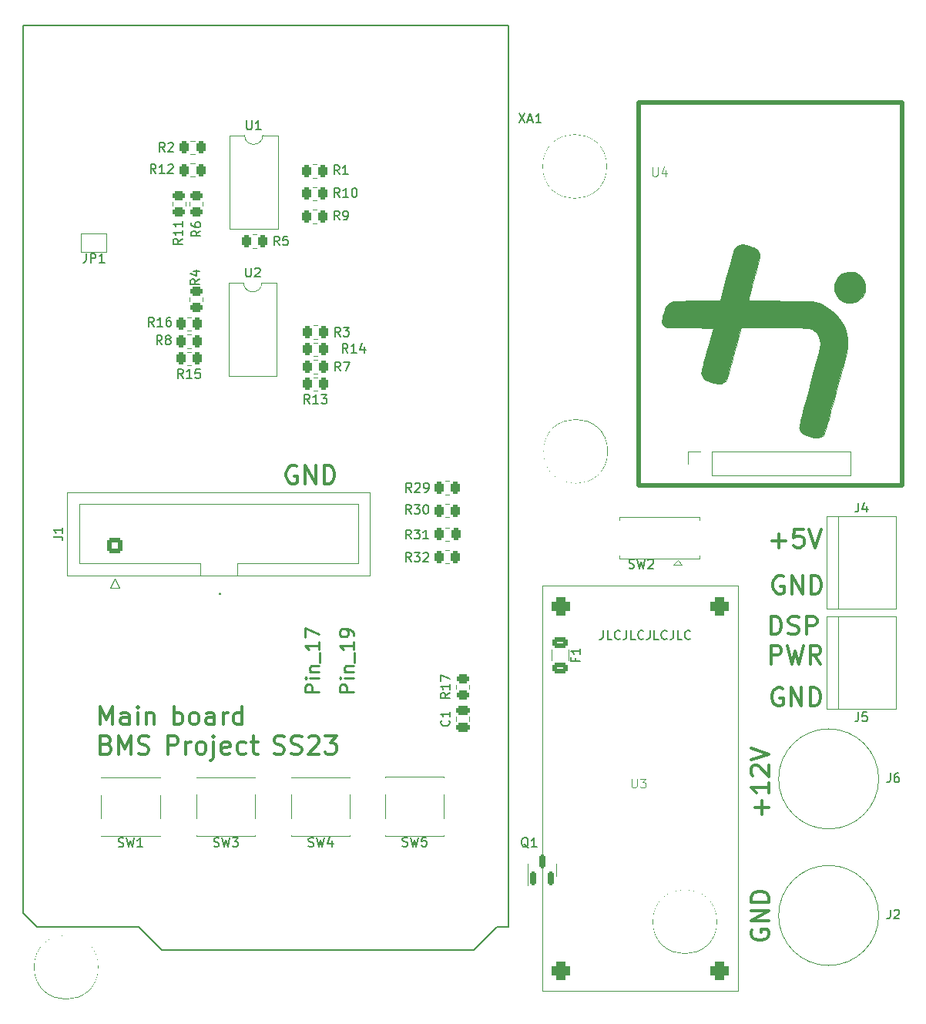
<source format=gto>
G04 #@! TF.GenerationSoftware,KiCad,Pcbnew,(7.0.0)*
G04 #@! TF.CreationDate,2023-05-12T10:49:53+02:00*
G04 #@! TF.ProjectId,BMS_Project,424d535f-5072-46f6-9a65-63742e6b6963,rev?*
G04 #@! TF.SameCoordinates,Original*
G04 #@! TF.FileFunction,Legend,Top*
G04 #@! TF.FilePolarity,Positive*
%FSLAX46Y46*%
G04 Gerber Fmt 4.6, Leading zero omitted, Abs format (unit mm)*
G04 Created by KiCad (PCBNEW (7.0.0)) date 2023-05-12 10:49:53*
%MOMM*%
%LPD*%
G01*
G04 APERTURE LIST*
G04 Aperture macros list*
%AMRoundRect*
0 Rectangle with rounded corners*
0 $1 Rounding radius*
0 $2 $3 $4 $5 $6 $7 $8 $9 X,Y pos of 4 corners*
0 Add a 4 corners polygon primitive as box body*
4,1,4,$2,$3,$4,$5,$6,$7,$8,$9,$2,$3,0*
0 Add four circle primitives for the rounded corners*
1,1,$1+$1,$2,$3*
1,1,$1+$1,$4,$5*
1,1,$1+$1,$6,$7*
1,1,$1+$1,$8,$9*
0 Add four rect primitives between the rounded corners*
20,1,$1+$1,$2,$3,$4,$5,0*
20,1,$1+$1,$4,$5,$6,$7,0*
20,1,$1+$1,$6,$7,$8,$9,0*
20,1,$1+$1,$8,$9,$2,$3,0*%
G04 Aperture macros list end*
%ADD10C,0.150000*%
%ADD11C,0.300000*%
%ADD12C,0.250000*%
%ADD13C,0.100000*%
%ADD14C,0.120000*%
%ADD15C,0.010000*%
%ADD16C,0.500000*%
%ADD17RoundRect,0.250000X-0.262500X-0.450000X0.262500X-0.450000X0.262500X0.450000X-0.262500X0.450000X0*%
%ADD18RoundRect,0.250000X0.262500X0.450000X-0.262500X0.450000X-0.262500X-0.450000X0.262500X-0.450000X0*%
%ADD19C,10.160000*%
%ADD20R,1.550000X1.300000*%
%ADD21C,7.000000*%
%ADD22R,3.000000X3.000000*%
%ADD23C,3.000000*%
%ADD24R,2.000000X3.000000*%
%ADD25RoundRect,0.500000X0.500000X-0.500000X0.500000X0.500000X-0.500000X0.500000X-0.500000X-0.500000X0*%
%ADD26RoundRect,0.250000X0.450000X-0.262500X0.450000X0.262500X-0.450000X0.262500X-0.450000X-0.262500X0*%
%ADD27RoundRect,0.250000X-0.450000X0.262500X-0.450000X-0.262500X0.450000X-0.262500X0.450000X0.262500X0*%
%ADD28R,1.000000X1.500000*%
%ADD29RoundRect,0.150000X0.150000X-0.587500X0.150000X0.587500X-0.150000X0.587500X-0.150000X-0.587500X0*%
%ADD30RoundRect,0.250000X-0.625000X0.375000X-0.625000X-0.375000X0.625000X-0.375000X0.625000X0.375000X0*%
%ADD31RoundRect,0.250000X0.600000X-0.600000X0.600000X0.600000X-0.600000X0.600000X-0.600000X-0.600000X0*%
%ADD32C,1.700000*%
%ADD33R,1.600000X1.600000*%
%ADD34O,1.600000X1.600000*%
%ADD35RoundRect,0.250000X-0.475000X0.250000X-0.475000X-0.250000X0.475000X-0.250000X0.475000X0.250000X0*%
%ADD36C,3.500000*%
%ADD37R,1.700000X1.700000*%
%ADD38O,1.700000X1.700000*%
%ADD39O,2.200000X3.500000*%
%ADD40R,1.500000X2.500000*%
%ADD41O,1.500000X2.500000*%
%ADD42C,3.200000*%
%ADD43O,1.727200X1.727200*%
%ADD44R,1.727200X1.727200*%
G04 APERTURE END LIST*
D10*
X165223809Y-94682380D02*
X165223809Y-95396666D01*
X165223809Y-95396666D02*
X165176190Y-95539523D01*
X165176190Y-95539523D02*
X165080952Y-95634761D01*
X165080952Y-95634761D02*
X164938095Y-95682380D01*
X164938095Y-95682380D02*
X164842857Y-95682380D01*
X166176190Y-95682380D02*
X165700000Y-95682380D01*
X165700000Y-95682380D02*
X165700000Y-94682380D01*
X167080952Y-95587142D02*
X167033333Y-95634761D01*
X167033333Y-95634761D02*
X166890476Y-95682380D01*
X166890476Y-95682380D02*
X166795238Y-95682380D01*
X166795238Y-95682380D02*
X166652381Y-95634761D01*
X166652381Y-95634761D02*
X166557143Y-95539523D01*
X166557143Y-95539523D02*
X166509524Y-95444285D01*
X166509524Y-95444285D02*
X166461905Y-95253809D01*
X166461905Y-95253809D02*
X166461905Y-95110952D01*
X166461905Y-95110952D02*
X166509524Y-94920476D01*
X166509524Y-94920476D02*
X166557143Y-94825238D01*
X166557143Y-94825238D02*
X166652381Y-94730000D01*
X166652381Y-94730000D02*
X166795238Y-94682380D01*
X166795238Y-94682380D02*
X166890476Y-94682380D01*
X166890476Y-94682380D02*
X167033333Y-94730000D01*
X167033333Y-94730000D02*
X167080952Y-94777619D01*
X167795238Y-94682380D02*
X167795238Y-95396666D01*
X167795238Y-95396666D02*
X167747619Y-95539523D01*
X167747619Y-95539523D02*
X167652381Y-95634761D01*
X167652381Y-95634761D02*
X167509524Y-95682380D01*
X167509524Y-95682380D02*
X167414286Y-95682380D01*
X168747619Y-95682380D02*
X168271429Y-95682380D01*
X168271429Y-95682380D02*
X168271429Y-94682380D01*
X169652381Y-95587142D02*
X169604762Y-95634761D01*
X169604762Y-95634761D02*
X169461905Y-95682380D01*
X169461905Y-95682380D02*
X169366667Y-95682380D01*
X169366667Y-95682380D02*
X169223810Y-95634761D01*
X169223810Y-95634761D02*
X169128572Y-95539523D01*
X169128572Y-95539523D02*
X169080953Y-95444285D01*
X169080953Y-95444285D02*
X169033334Y-95253809D01*
X169033334Y-95253809D02*
X169033334Y-95110952D01*
X169033334Y-95110952D02*
X169080953Y-94920476D01*
X169080953Y-94920476D02*
X169128572Y-94825238D01*
X169128572Y-94825238D02*
X169223810Y-94730000D01*
X169223810Y-94730000D02*
X169366667Y-94682380D01*
X169366667Y-94682380D02*
X169461905Y-94682380D01*
X169461905Y-94682380D02*
X169604762Y-94730000D01*
X169604762Y-94730000D02*
X169652381Y-94777619D01*
X170366667Y-94682380D02*
X170366667Y-95396666D01*
X170366667Y-95396666D02*
X170319048Y-95539523D01*
X170319048Y-95539523D02*
X170223810Y-95634761D01*
X170223810Y-95634761D02*
X170080953Y-95682380D01*
X170080953Y-95682380D02*
X169985715Y-95682380D01*
X171319048Y-95682380D02*
X170842858Y-95682380D01*
X170842858Y-95682380D02*
X170842858Y-94682380D01*
X172223810Y-95587142D02*
X172176191Y-95634761D01*
X172176191Y-95634761D02*
X172033334Y-95682380D01*
X172033334Y-95682380D02*
X171938096Y-95682380D01*
X171938096Y-95682380D02*
X171795239Y-95634761D01*
X171795239Y-95634761D02*
X171700001Y-95539523D01*
X171700001Y-95539523D02*
X171652382Y-95444285D01*
X171652382Y-95444285D02*
X171604763Y-95253809D01*
X171604763Y-95253809D02*
X171604763Y-95110952D01*
X171604763Y-95110952D02*
X171652382Y-94920476D01*
X171652382Y-94920476D02*
X171700001Y-94825238D01*
X171700001Y-94825238D02*
X171795239Y-94730000D01*
X171795239Y-94730000D02*
X171938096Y-94682380D01*
X171938096Y-94682380D02*
X172033334Y-94682380D01*
X172033334Y-94682380D02*
X172176191Y-94730000D01*
X172176191Y-94730000D02*
X172223810Y-94777619D01*
X172938096Y-94682380D02*
X172938096Y-95396666D01*
X172938096Y-95396666D02*
X172890477Y-95539523D01*
X172890477Y-95539523D02*
X172795239Y-95634761D01*
X172795239Y-95634761D02*
X172652382Y-95682380D01*
X172652382Y-95682380D02*
X172557144Y-95682380D01*
X173890477Y-95682380D02*
X173414287Y-95682380D01*
X173414287Y-95682380D02*
X173414287Y-94682380D01*
X174795239Y-95587142D02*
X174747620Y-95634761D01*
X174747620Y-95634761D02*
X174604763Y-95682380D01*
X174604763Y-95682380D02*
X174509525Y-95682380D01*
X174509525Y-95682380D02*
X174366668Y-95634761D01*
X174366668Y-95634761D02*
X174271430Y-95539523D01*
X174271430Y-95539523D02*
X174223811Y-95444285D01*
X174223811Y-95444285D02*
X174176192Y-95253809D01*
X174176192Y-95253809D02*
X174176192Y-95110952D01*
X174176192Y-95110952D02*
X174223811Y-94920476D01*
X174223811Y-94920476D02*
X174271430Y-94825238D01*
X174271430Y-94825238D02*
X174366668Y-94730000D01*
X174366668Y-94730000D02*
X174509525Y-94682380D01*
X174509525Y-94682380D02*
X174604763Y-94682380D01*
X174604763Y-94682380D02*
X174747620Y-94730000D01*
X174747620Y-94730000D02*
X174795239Y-94777619D01*
D11*
X182702857Y-114923809D02*
X182702857Y-113400000D01*
X183464761Y-114161904D02*
X181940952Y-114161904D01*
X183464761Y-111400000D02*
X183464761Y-112542857D01*
X183464761Y-111971429D02*
X181464761Y-111971429D01*
X181464761Y-111971429D02*
X181750476Y-112161905D01*
X181750476Y-112161905D02*
X181940952Y-112352381D01*
X181940952Y-112352381D02*
X182036190Y-112542857D01*
X181655238Y-110638095D02*
X181560000Y-110542857D01*
X181560000Y-110542857D02*
X181464761Y-110352381D01*
X181464761Y-110352381D02*
X181464761Y-109876190D01*
X181464761Y-109876190D02*
X181560000Y-109685714D01*
X181560000Y-109685714D02*
X181655238Y-109590476D01*
X181655238Y-109590476D02*
X181845714Y-109495238D01*
X181845714Y-109495238D02*
X182036190Y-109495238D01*
X182036190Y-109495238D02*
X182321904Y-109590476D01*
X182321904Y-109590476D02*
X183464761Y-110733333D01*
X183464761Y-110733333D02*
X183464761Y-109495238D01*
X181464761Y-108923809D02*
X183464761Y-108257143D01*
X183464761Y-108257143D02*
X181464761Y-107590476D01*
X131523809Y-76660000D02*
X131333333Y-76564761D01*
X131333333Y-76564761D02*
X131047619Y-76564761D01*
X131047619Y-76564761D02*
X130761904Y-76660000D01*
X130761904Y-76660000D02*
X130571428Y-76850476D01*
X130571428Y-76850476D02*
X130476190Y-77040952D01*
X130476190Y-77040952D02*
X130380952Y-77421904D01*
X130380952Y-77421904D02*
X130380952Y-77707619D01*
X130380952Y-77707619D02*
X130476190Y-78088571D01*
X130476190Y-78088571D02*
X130571428Y-78279047D01*
X130571428Y-78279047D02*
X130761904Y-78469523D01*
X130761904Y-78469523D02*
X131047619Y-78564761D01*
X131047619Y-78564761D02*
X131238095Y-78564761D01*
X131238095Y-78564761D02*
X131523809Y-78469523D01*
X131523809Y-78469523D02*
X131619047Y-78374285D01*
X131619047Y-78374285D02*
X131619047Y-77707619D01*
X131619047Y-77707619D02*
X131238095Y-77707619D01*
X132476190Y-78564761D02*
X132476190Y-76564761D01*
X132476190Y-76564761D02*
X133619047Y-78564761D01*
X133619047Y-78564761D02*
X133619047Y-76564761D01*
X134571428Y-78564761D02*
X134571428Y-76564761D01*
X134571428Y-76564761D02*
X135047618Y-76564761D01*
X135047618Y-76564761D02*
X135333333Y-76660000D01*
X135333333Y-76660000D02*
X135523809Y-76850476D01*
X135523809Y-76850476D02*
X135619047Y-77040952D01*
X135619047Y-77040952D02*
X135714285Y-77421904D01*
X135714285Y-77421904D02*
X135714285Y-77707619D01*
X135714285Y-77707619D02*
X135619047Y-78088571D01*
X135619047Y-78088571D02*
X135523809Y-78279047D01*
X135523809Y-78279047D02*
X135333333Y-78469523D01*
X135333333Y-78469523D02*
X135047618Y-78564761D01*
X135047618Y-78564761D02*
X134571428Y-78564761D01*
X109976190Y-105024761D02*
X109976190Y-103024761D01*
X109976190Y-103024761D02*
X110642857Y-104453333D01*
X110642857Y-104453333D02*
X111309523Y-103024761D01*
X111309523Y-103024761D02*
X111309523Y-105024761D01*
X113119047Y-105024761D02*
X113119047Y-103977142D01*
X113119047Y-103977142D02*
X113023809Y-103786666D01*
X113023809Y-103786666D02*
X112833333Y-103691428D01*
X112833333Y-103691428D02*
X112452380Y-103691428D01*
X112452380Y-103691428D02*
X112261904Y-103786666D01*
X113119047Y-104929523D02*
X112928571Y-105024761D01*
X112928571Y-105024761D02*
X112452380Y-105024761D01*
X112452380Y-105024761D02*
X112261904Y-104929523D01*
X112261904Y-104929523D02*
X112166666Y-104739047D01*
X112166666Y-104739047D02*
X112166666Y-104548571D01*
X112166666Y-104548571D02*
X112261904Y-104358095D01*
X112261904Y-104358095D02*
X112452380Y-104262857D01*
X112452380Y-104262857D02*
X112928571Y-104262857D01*
X112928571Y-104262857D02*
X113119047Y-104167619D01*
X114071428Y-105024761D02*
X114071428Y-103691428D01*
X114071428Y-103024761D02*
X113976190Y-103120000D01*
X113976190Y-103120000D02*
X114071428Y-103215238D01*
X114071428Y-103215238D02*
X114166666Y-103120000D01*
X114166666Y-103120000D02*
X114071428Y-103024761D01*
X114071428Y-103024761D02*
X114071428Y-103215238D01*
X115023809Y-103691428D02*
X115023809Y-105024761D01*
X115023809Y-103881904D02*
X115119047Y-103786666D01*
X115119047Y-103786666D02*
X115309523Y-103691428D01*
X115309523Y-103691428D02*
X115595238Y-103691428D01*
X115595238Y-103691428D02*
X115785714Y-103786666D01*
X115785714Y-103786666D02*
X115880952Y-103977142D01*
X115880952Y-103977142D02*
X115880952Y-105024761D01*
X118033333Y-105024761D02*
X118033333Y-103024761D01*
X118033333Y-103786666D02*
X118223809Y-103691428D01*
X118223809Y-103691428D02*
X118604762Y-103691428D01*
X118604762Y-103691428D02*
X118795238Y-103786666D01*
X118795238Y-103786666D02*
X118890476Y-103881904D01*
X118890476Y-103881904D02*
X118985714Y-104072380D01*
X118985714Y-104072380D02*
X118985714Y-104643809D01*
X118985714Y-104643809D02*
X118890476Y-104834285D01*
X118890476Y-104834285D02*
X118795238Y-104929523D01*
X118795238Y-104929523D02*
X118604762Y-105024761D01*
X118604762Y-105024761D02*
X118223809Y-105024761D01*
X118223809Y-105024761D02*
X118033333Y-104929523D01*
X120128571Y-105024761D02*
X119938095Y-104929523D01*
X119938095Y-104929523D02*
X119842857Y-104834285D01*
X119842857Y-104834285D02*
X119747619Y-104643809D01*
X119747619Y-104643809D02*
X119747619Y-104072380D01*
X119747619Y-104072380D02*
X119842857Y-103881904D01*
X119842857Y-103881904D02*
X119938095Y-103786666D01*
X119938095Y-103786666D02*
X120128571Y-103691428D01*
X120128571Y-103691428D02*
X120414286Y-103691428D01*
X120414286Y-103691428D02*
X120604762Y-103786666D01*
X120604762Y-103786666D02*
X120700000Y-103881904D01*
X120700000Y-103881904D02*
X120795238Y-104072380D01*
X120795238Y-104072380D02*
X120795238Y-104643809D01*
X120795238Y-104643809D02*
X120700000Y-104834285D01*
X120700000Y-104834285D02*
X120604762Y-104929523D01*
X120604762Y-104929523D02*
X120414286Y-105024761D01*
X120414286Y-105024761D02*
X120128571Y-105024761D01*
X122509524Y-105024761D02*
X122509524Y-103977142D01*
X122509524Y-103977142D02*
X122414286Y-103786666D01*
X122414286Y-103786666D02*
X122223810Y-103691428D01*
X122223810Y-103691428D02*
X121842857Y-103691428D01*
X121842857Y-103691428D02*
X121652381Y-103786666D01*
X122509524Y-104929523D02*
X122319048Y-105024761D01*
X122319048Y-105024761D02*
X121842857Y-105024761D01*
X121842857Y-105024761D02*
X121652381Y-104929523D01*
X121652381Y-104929523D02*
X121557143Y-104739047D01*
X121557143Y-104739047D02*
X121557143Y-104548571D01*
X121557143Y-104548571D02*
X121652381Y-104358095D01*
X121652381Y-104358095D02*
X121842857Y-104262857D01*
X121842857Y-104262857D02*
X122319048Y-104262857D01*
X122319048Y-104262857D02*
X122509524Y-104167619D01*
X123461905Y-105024761D02*
X123461905Y-103691428D01*
X123461905Y-104072380D02*
X123557143Y-103881904D01*
X123557143Y-103881904D02*
X123652381Y-103786666D01*
X123652381Y-103786666D02*
X123842857Y-103691428D01*
X123842857Y-103691428D02*
X124033334Y-103691428D01*
X125557143Y-105024761D02*
X125557143Y-103024761D01*
X125557143Y-104929523D02*
X125366667Y-105024761D01*
X125366667Y-105024761D02*
X124985714Y-105024761D01*
X124985714Y-105024761D02*
X124795238Y-104929523D01*
X124795238Y-104929523D02*
X124700000Y-104834285D01*
X124700000Y-104834285D02*
X124604762Y-104643809D01*
X124604762Y-104643809D02*
X124604762Y-104072380D01*
X124604762Y-104072380D02*
X124700000Y-103881904D01*
X124700000Y-103881904D02*
X124795238Y-103786666D01*
X124795238Y-103786666D02*
X124985714Y-103691428D01*
X124985714Y-103691428D02*
X125366667Y-103691428D01*
X125366667Y-103691428D02*
X125557143Y-103786666D01*
X110642857Y-107217142D02*
X110928571Y-107312380D01*
X110928571Y-107312380D02*
X111023809Y-107407619D01*
X111023809Y-107407619D02*
X111119047Y-107598095D01*
X111119047Y-107598095D02*
X111119047Y-107883809D01*
X111119047Y-107883809D02*
X111023809Y-108074285D01*
X111023809Y-108074285D02*
X110928571Y-108169523D01*
X110928571Y-108169523D02*
X110738095Y-108264761D01*
X110738095Y-108264761D02*
X109976190Y-108264761D01*
X109976190Y-108264761D02*
X109976190Y-106264761D01*
X109976190Y-106264761D02*
X110642857Y-106264761D01*
X110642857Y-106264761D02*
X110833333Y-106360000D01*
X110833333Y-106360000D02*
X110928571Y-106455238D01*
X110928571Y-106455238D02*
X111023809Y-106645714D01*
X111023809Y-106645714D02*
X111023809Y-106836190D01*
X111023809Y-106836190D02*
X110928571Y-107026666D01*
X110928571Y-107026666D02*
X110833333Y-107121904D01*
X110833333Y-107121904D02*
X110642857Y-107217142D01*
X110642857Y-107217142D02*
X109976190Y-107217142D01*
X111976190Y-108264761D02*
X111976190Y-106264761D01*
X111976190Y-106264761D02*
X112642857Y-107693333D01*
X112642857Y-107693333D02*
X113309523Y-106264761D01*
X113309523Y-106264761D02*
X113309523Y-108264761D01*
X114166666Y-108169523D02*
X114452380Y-108264761D01*
X114452380Y-108264761D02*
X114928571Y-108264761D01*
X114928571Y-108264761D02*
X115119047Y-108169523D01*
X115119047Y-108169523D02*
X115214285Y-108074285D01*
X115214285Y-108074285D02*
X115309523Y-107883809D01*
X115309523Y-107883809D02*
X115309523Y-107693333D01*
X115309523Y-107693333D02*
X115214285Y-107502857D01*
X115214285Y-107502857D02*
X115119047Y-107407619D01*
X115119047Y-107407619D02*
X114928571Y-107312380D01*
X114928571Y-107312380D02*
X114547618Y-107217142D01*
X114547618Y-107217142D02*
X114357142Y-107121904D01*
X114357142Y-107121904D02*
X114261904Y-107026666D01*
X114261904Y-107026666D02*
X114166666Y-106836190D01*
X114166666Y-106836190D02*
X114166666Y-106645714D01*
X114166666Y-106645714D02*
X114261904Y-106455238D01*
X114261904Y-106455238D02*
X114357142Y-106360000D01*
X114357142Y-106360000D02*
X114547618Y-106264761D01*
X114547618Y-106264761D02*
X115023809Y-106264761D01*
X115023809Y-106264761D02*
X115309523Y-106360000D01*
X117366666Y-108264761D02*
X117366666Y-106264761D01*
X117366666Y-106264761D02*
X118128571Y-106264761D01*
X118128571Y-106264761D02*
X118319047Y-106360000D01*
X118319047Y-106360000D02*
X118414285Y-106455238D01*
X118414285Y-106455238D02*
X118509523Y-106645714D01*
X118509523Y-106645714D02*
X118509523Y-106931428D01*
X118509523Y-106931428D02*
X118414285Y-107121904D01*
X118414285Y-107121904D02*
X118319047Y-107217142D01*
X118319047Y-107217142D02*
X118128571Y-107312380D01*
X118128571Y-107312380D02*
X117366666Y-107312380D01*
X119366666Y-108264761D02*
X119366666Y-106931428D01*
X119366666Y-107312380D02*
X119461904Y-107121904D01*
X119461904Y-107121904D02*
X119557142Y-107026666D01*
X119557142Y-107026666D02*
X119747618Y-106931428D01*
X119747618Y-106931428D02*
X119938095Y-106931428D01*
X120890475Y-108264761D02*
X120699999Y-108169523D01*
X120699999Y-108169523D02*
X120604761Y-108074285D01*
X120604761Y-108074285D02*
X120509523Y-107883809D01*
X120509523Y-107883809D02*
X120509523Y-107312380D01*
X120509523Y-107312380D02*
X120604761Y-107121904D01*
X120604761Y-107121904D02*
X120699999Y-107026666D01*
X120699999Y-107026666D02*
X120890475Y-106931428D01*
X120890475Y-106931428D02*
X121176190Y-106931428D01*
X121176190Y-106931428D02*
X121366666Y-107026666D01*
X121366666Y-107026666D02*
X121461904Y-107121904D01*
X121461904Y-107121904D02*
X121557142Y-107312380D01*
X121557142Y-107312380D02*
X121557142Y-107883809D01*
X121557142Y-107883809D02*
X121461904Y-108074285D01*
X121461904Y-108074285D02*
X121366666Y-108169523D01*
X121366666Y-108169523D02*
X121176190Y-108264761D01*
X121176190Y-108264761D02*
X120890475Y-108264761D01*
X122414285Y-106931428D02*
X122414285Y-108645714D01*
X122414285Y-108645714D02*
X122319047Y-108836190D01*
X122319047Y-108836190D02*
X122128571Y-108931428D01*
X122128571Y-108931428D02*
X122033333Y-108931428D01*
X122414285Y-106264761D02*
X122319047Y-106360000D01*
X122319047Y-106360000D02*
X122414285Y-106455238D01*
X122414285Y-106455238D02*
X122509523Y-106360000D01*
X122509523Y-106360000D02*
X122414285Y-106264761D01*
X122414285Y-106264761D02*
X122414285Y-106455238D01*
X124128571Y-108169523D02*
X123938095Y-108264761D01*
X123938095Y-108264761D02*
X123557142Y-108264761D01*
X123557142Y-108264761D02*
X123366666Y-108169523D01*
X123366666Y-108169523D02*
X123271428Y-107979047D01*
X123271428Y-107979047D02*
X123271428Y-107217142D01*
X123271428Y-107217142D02*
X123366666Y-107026666D01*
X123366666Y-107026666D02*
X123557142Y-106931428D01*
X123557142Y-106931428D02*
X123938095Y-106931428D01*
X123938095Y-106931428D02*
X124128571Y-107026666D01*
X124128571Y-107026666D02*
X124223809Y-107217142D01*
X124223809Y-107217142D02*
X124223809Y-107407619D01*
X124223809Y-107407619D02*
X123271428Y-107598095D01*
X125938095Y-108169523D02*
X125747619Y-108264761D01*
X125747619Y-108264761D02*
X125366666Y-108264761D01*
X125366666Y-108264761D02*
X125176190Y-108169523D01*
X125176190Y-108169523D02*
X125080952Y-108074285D01*
X125080952Y-108074285D02*
X124985714Y-107883809D01*
X124985714Y-107883809D02*
X124985714Y-107312380D01*
X124985714Y-107312380D02*
X125080952Y-107121904D01*
X125080952Y-107121904D02*
X125176190Y-107026666D01*
X125176190Y-107026666D02*
X125366666Y-106931428D01*
X125366666Y-106931428D02*
X125747619Y-106931428D01*
X125747619Y-106931428D02*
X125938095Y-107026666D01*
X126509524Y-106931428D02*
X127271428Y-106931428D01*
X126795238Y-106264761D02*
X126795238Y-107979047D01*
X126795238Y-107979047D02*
X126890476Y-108169523D01*
X126890476Y-108169523D02*
X127080952Y-108264761D01*
X127080952Y-108264761D02*
X127271428Y-108264761D01*
X129042857Y-108169523D02*
X129328571Y-108264761D01*
X129328571Y-108264761D02*
X129804762Y-108264761D01*
X129804762Y-108264761D02*
X129995238Y-108169523D01*
X129995238Y-108169523D02*
X130090476Y-108074285D01*
X130090476Y-108074285D02*
X130185714Y-107883809D01*
X130185714Y-107883809D02*
X130185714Y-107693333D01*
X130185714Y-107693333D02*
X130090476Y-107502857D01*
X130090476Y-107502857D02*
X129995238Y-107407619D01*
X129995238Y-107407619D02*
X129804762Y-107312380D01*
X129804762Y-107312380D02*
X129423809Y-107217142D01*
X129423809Y-107217142D02*
X129233333Y-107121904D01*
X129233333Y-107121904D02*
X129138095Y-107026666D01*
X129138095Y-107026666D02*
X129042857Y-106836190D01*
X129042857Y-106836190D02*
X129042857Y-106645714D01*
X129042857Y-106645714D02*
X129138095Y-106455238D01*
X129138095Y-106455238D02*
X129233333Y-106360000D01*
X129233333Y-106360000D02*
X129423809Y-106264761D01*
X129423809Y-106264761D02*
X129900000Y-106264761D01*
X129900000Y-106264761D02*
X130185714Y-106360000D01*
X130947619Y-108169523D02*
X131233333Y-108264761D01*
X131233333Y-108264761D02*
X131709524Y-108264761D01*
X131709524Y-108264761D02*
X131900000Y-108169523D01*
X131900000Y-108169523D02*
X131995238Y-108074285D01*
X131995238Y-108074285D02*
X132090476Y-107883809D01*
X132090476Y-107883809D02*
X132090476Y-107693333D01*
X132090476Y-107693333D02*
X131995238Y-107502857D01*
X131995238Y-107502857D02*
X131900000Y-107407619D01*
X131900000Y-107407619D02*
X131709524Y-107312380D01*
X131709524Y-107312380D02*
X131328571Y-107217142D01*
X131328571Y-107217142D02*
X131138095Y-107121904D01*
X131138095Y-107121904D02*
X131042857Y-107026666D01*
X131042857Y-107026666D02*
X130947619Y-106836190D01*
X130947619Y-106836190D02*
X130947619Y-106645714D01*
X130947619Y-106645714D02*
X131042857Y-106455238D01*
X131042857Y-106455238D02*
X131138095Y-106360000D01*
X131138095Y-106360000D02*
X131328571Y-106264761D01*
X131328571Y-106264761D02*
X131804762Y-106264761D01*
X131804762Y-106264761D02*
X132090476Y-106360000D01*
X132852381Y-106455238D02*
X132947619Y-106360000D01*
X132947619Y-106360000D02*
X133138095Y-106264761D01*
X133138095Y-106264761D02*
X133614286Y-106264761D01*
X133614286Y-106264761D02*
X133804762Y-106360000D01*
X133804762Y-106360000D02*
X133900000Y-106455238D01*
X133900000Y-106455238D02*
X133995238Y-106645714D01*
X133995238Y-106645714D02*
X133995238Y-106836190D01*
X133995238Y-106836190D02*
X133900000Y-107121904D01*
X133900000Y-107121904D02*
X132757143Y-108264761D01*
X132757143Y-108264761D02*
X133995238Y-108264761D01*
X134661905Y-106264761D02*
X135900000Y-106264761D01*
X135900000Y-106264761D02*
X135233333Y-107026666D01*
X135233333Y-107026666D02*
X135519048Y-107026666D01*
X135519048Y-107026666D02*
X135709524Y-107121904D01*
X135709524Y-107121904D02*
X135804762Y-107217142D01*
X135804762Y-107217142D02*
X135900000Y-107407619D01*
X135900000Y-107407619D02*
X135900000Y-107883809D01*
X135900000Y-107883809D02*
X135804762Y-108074285D01*
X135804762Y-108074285D02*
X135709524Y-108169523D01*
X135709524Y-108169523D02*
X135519048Y-108264761D01*
X135519048Y-108264761D02*
X134947619Y-108264761D01*
X134947619Y-108264761D02*
X134757143Y-108169523D01*
X134757143Y-108169523D02*
X134661905Y-108074285D01*
X181560000Y-127576190D02*
X181464761Y-127766666D01*
X181464761Y-127766666D02*
X181464761Y-128052380D01*
X181464761Y-128052380D02*
X181560000Y-128338095D01*
X181560000Y-128338095D02*
X181750476Y-128528571D01*
X181750476Y-128528571D02*
X181940952Y-128623809D01*
X181940952Y-128623809D02*
X182321904Y-128719047D01*
X182321904Y-128719047D02*
X182607619Y-128719047D01*
X182607619Y-128719047D02*
X182988571Y-128623809D01*
X182988571Y-128623809D02*
X183179047Y-128528571D01*
X183179047Y-128528571D02*
X183369523Y-128338095D01*
X183369523Y-128338095D02*
X183464761Y-128052380D01*
X183464761Y-128052380D02*
X183464761Y-127861904D01*
X183464761Y-127861904D02*
X183369523Y-127576190D01*
X183369523Y-127576190D02*
X183274285Y-127480952D01*
X183274285Y-127480952D02*
X182607619Y-127480952D01*
X182607619Y-127480952D02*
X182607619Y-127861904D01*
X183464761Y-126623809D02*
X181464761Y-126623809D01*
X181464761Y-126623809D02*
X183464761Y-125480952D01*
X183464761Y-125480952D02*
X181464761Y-125480952D01*
X183464761Y-124528571D02*
X181464761Y-124528571D01*
X181464761Y-124528571D02*
X181464761Y-124052381D01*
X181464761Y-124052381D02*
X181560000Y-123766666D01*
X181560000Y-123766666D02*
X181750476Y-123576190D01*
X181750476Y-123576190D02*
X181940952Y-123480952D01*
X181940952Y-123480952D02*
X182321904Y-123385714D01*
X182321904Y-123385714D02*
X182607619Y-123385714D01*
X182607619Y-123385714D02*
X182988571Y-123480952D01*
X182988571Y-123480952D02*
X183179047Y-123576190D01*
X183179047Y-123576190D02*
X183369523Y-123766666D01*
X183369523Y-123766666D02*
X183464761Y-124052381D01*
X183464761Y-124052381D02*
X183464761Y-124528571D01*
X183776190Y-84802857D02*
X185300000Y-84802857D01*
X184538095Y-85564761D02*
X184538095Y-84040952D01*
X187204761Y-83564761D02*
X186252380Y-83564761D01*
X186252380Y-83564761D02*
X186157142Y-84517142D01*
X186157142Y-84517142D02*
X186252380Y-84421904D01*
X186252380Y-84421904D02*
X186442856Y-84326666D01*
X186442856Y-84326666D02*
X186919047Y-84326666D01*
X186919047Y-84326666D02*
X187109523Y-84421904D01*
X187109523Y-84421904D02*
X187204761Y-84517142D01*
X187204761Y-84517142D02*
X187299999Y-84707619D01*
X187299999Y-84707619D02*
X187299999Y-85183809D01*
X187299999Y-85183809D02*
X187204761Y-85374285D01*
X187204761Y-85374285D02*
X187109523Y-85469523D01*
X187109523Y-85469523D02*
X186919047Y-85564761D01*
X186919047Y-85564761D02*
X186442856Y-85564761D01*
X186442856Y-85564761D02*
X186252380Y-85469523D01*
X186252380Y-85469523D02*
X186157142Y-85374285D01*
X187871428Y-83564761D02*
X188538094Y-85564761D01*
X188538094Y-85564761D02*
X189204761Y-83564761D01*
X184923809Y-101060000D02*
X184733333Y-100964761D01*
X184733333Y-100964761D02*
X184447619Y-100964761D01*
X184447619Y-100964761D02*
X184161904Y-101060000D01*
X184161904Y-101060000D02*
X183971428Y-101250476D01*
X183971428Y-101250476D02*
X183876190Y-101440952D01*
X183876190Y-101440952D02*
X183780952Y-101821904D01*
X183780952Y-101821904D02*
X183780952Y-102107619D01*
X183780952Y-102107619D02*
X183876190Y-102488571D01*
X183876190Y-102488571D02*
X183971428Y-102679047D01*
X183971428Y-102679047D02*
X184161904Y-102869523D01*
X184161904Y-102869523D02*
X184447619Y-102964761D01*
X184447619Y-102964761D02*
X184638095Y-102964761D01*
X184638095Y-102964761D02*
X184923809Y-102869523D01*
X184923809Y-102869523D02*
X185019047Y-102774285D01*
X185019047Y-102774285D02*
X185019047Y-102107619D01*
X185019047Y-102107619D02*
X184638095Y-102107619D01*
X185876190Y-102964761D02*
X185876190Y-100964761D01*
X185876190Y-100964761D02*
X187019047Y-102964761D01*
X187019047Y-102964761D02*
X187019047Y-100964761D01*
X187971428Y-102964761D02*
X187971428Y-100964761D01*
X187971428Y-100964761D02*
X188447618Y-100964761D01*
X188447618Y-100964761D02*
X188733333Y-101060000D01*
X188733333Y-101060000D02*
X188923809Y-101250476D01*
X188923809Y-101250476D02*
X189019047Y-101440952D01*
X189019047Y-101440952D02*
X189114285Y-101821904D01*
X189114285Y-101821904D02*
X189114285Y-102107619D01*
X189114285Y-102107619D02*
X189019047Y-102488571D01*
X189019047Y-102488571D02*
X188923809Y-102679047D01*
X188923809Y-102679047D02*
X188733333Y-102869523D01*
X188733333Y-102869523D02*
X188447618Y-102964761D01*
X188447618Y-102964761D02*
X187971428Y-102964761D01*
X185023809Y-88760000D02*
X184833333Y-88664761D01*
X184833333Y-88664761D02*
X184547619Y-88664761D01*
X184547619Y-88664761D02*
X184261904Y-88760000D01*
X184261904Y-88760000D02*
X184071428Y-88950476D01*
X184071428Y-88950476D02*
X183976190Y-89140952D01*
X183976190Y-89140952D02*
X183880952Y-89521904D01*
X183880952Y-89521904D02*
X183880952Y-89807619D01*
X183880952Y-89807619D02*
X183976190Y-90188571D01*
X183976190Y-90188571D02*
X184071428Y-90379047D01*
X184071428Y-90379047D02*
X184261904Y-90569523D01*
X184261904Y-90569523D02*
X184547619Y-90664761D01*
X184547619Y-90664761D02*
X184738095Y-90664761D01*
X184738095Y-90664761D02*
X185023809Y-90569523D01*
X185023809Y-90569523D02*
X185119047Y-90474285D01*
X185119047Y-90474285D02*
X185119047Y-89807619D01*
X185119047Y-89807619D02*
X184738095Y-89807619D01*
X185976190Y-90664761D02*
X185976190Y-88664761D01*
X185976190Y-88664761D02*
X187119047Y-90664761D01*
X187119047Y-90664761D02*
X187119047Y-88664761D01*
X188071428Y-90664761D02*
X188071428Y-88664761D01*
X188071428Y-88664761D02*
X188547618Y-88664761D01*
X188547618Y-88664761D02*
X188833333Y-88760000D01*
X188833333Y-88760000D02*
X189023809Y-88950476D01*
X189023809Y-88950476D02*
X189119047Y-89140952D01*
X189119047Y-89140952D02*
X189214285Y-89521904D01*
X189214285Y-89521904D02*
X189214285Y-89807619D01*
X189214285Y-89807619D02*
X189119047Y-90188571D01*
X189119047Y-90188571D02*
X189023809Y-90379047D01*
X189023809Y-90379047D02*
X188833333Y-90569523D01*
X188833333Y-90569523D02*
X188547618Y-90664761D01*
X188547618Y-90664761D02*
X188071428Y-90664761D01*
X183676190Y-95124761D02*
X183676190Y-93124761D01*
X183676190Y-93124761D02*
X184152380Y-93124761D01*
X184152380Y-93124761D02*
X184438095Y-93220000D01*
X184438095Y-93220000D02*
X184628571Y-93410476D01*
X184628571Y-93410476D02*
X184723809Y-93600952D01*
X184723809Y-93600952D02*
X184819047Y-93981904D01*
X184819047Y-93981904D02*
X184819047Y-94267619D01*
X184819047Y-94267619D02*
X184723809Y-94648571D01*
X184723809Y-94648571D02*
X184628571Y-94839047D01*
X184628571Y-94839047D02*
X184438095Y-95029523D01*
X184438095Y-95029523D02*
X184152380Y-95124761D01*
X184152380Y-95124761D02*
X183676190Y-95124761D01*
X185580952Y-95029523D02*
X185866666Y-95124761D01*
X185866666Y-95124761D02*
X186342857Y-95124761D01*
X186342857Y-95124761D02*
X186533333Y-95029523D01*
X186533333Y-95029523D02*
X186628571Y-94934285D01*
X186628571Y-94934285D02*
X186723809Y-94743809D01*
X186723809Y-94743809D02*
X186723809Y-94553333D01*
X186723809Y-94553333D02*
X186628571Y-94362857D01*
X186628571Y-94362857D02*
X186533333Y-94267619D01*
X186533333Y-94267619D02*
X186342857Y-94172380D01*
X186342857Y-94172380D02*
X185961904Y-94077142D01*
X185961904Y-94077142D02*
X185771428Y-93981904D01*
X185771428Y-93981904D02*
X185676190Y-93886666D01*
X185676190Y-93886666D02*
X185580952Y-93696190D01*
X185580952Y-93696190D02*
X185580952Y-93505714D01*
X185580952Y-93505714D02*
X185676190Y-93315238D01*
X185676190Y-93315238D02*
X185771428Y-93220000D01*
X185771428Y-93220000D02*
X185961904Y-93124761D01*
X185961904Y-93124761D02*
X186438095Y-93124761D01*
X186438095Y-93124761D02*
X186723809Y-93220000D01*
X187580952Y-95124761D02*
X187580952Y-93124761D01*
X187580952Y-93124761D02*
X188342857Y-93124761D01*
X188342857Y-93124761D02*
X188533333Y-93220000D01*
X188533333Y-93220000D02*
X188628571Y-93315238D01*
X188628571Y-93315238D02*
X188723809Y-93505714D01*
X188723809Y-93505714D02*
X188723809Y-93791428D01*
X188723809Y-93791428D02*
X188628571Y-93981904D01*
X188628571Y-93981904D02*
X188533333Y-94077142D01*
X188533333Y-94077142D02*
X188342857Y-94172380D01*
X188342857Y-94172380D02*
X187580952Y-94172380D01*
X183676190Y-98364761D02*
X183676190Y-96364761D01*
X183676190Y-96364761D02*
X184438095Y-96364761D01*
X184438095Y-96364761D02*
X184628571Y-96460000D01*
X184628571Y-96460000D02*
X184723809Y-96555238D01*
X184723809Y-96555238D02*
X184819047Y-96745714D01*
X184819047Y-96745714D02*
X184819047Y-97031428D01*
X184819047Y-97031428D02*
X184723809Y-97221904D01*
X184723809Y-97221904D02*
X184628571Y-97317142D01*
X184628571Y-97317142D02*
X184438095Y-97412380D01*
X184438095Y-97412380D02*
X183676190Y-97412380D01*
X185485714Y-96364761D02*
X185961904Y-98364761D01*
X185961904Y-98364761D02*
X186342857Y-96936190D01*
X186342857Y-96936190D02*
X186723809Y-98364761D01*
X186723809Y-98364761D02*
X187200000Y-96364761D01*
X189104761Y-98364761D02*
X188438094Y-97412380D01*
X187961904Y-98364761D02*
X187961904Y-96364761D01*
X187961904Y-96364761D02*
X188723809Y-96364761D01*
X188723809Y-96364761D02*
X188914285Y-96460000D01*
X188914285Y-96460000D02*
X189009523Y-96555238D01*
X189009523Y-96555238D02*
X189104761Y-96745714D01*
X189104761Y-96745714D02*
X189104761Y-97031428D01*
X189104761Y-97031428D02*
X189009523Y-97221904D01*
X189009523Y-97221904D02*
X188914285Y-97317142D01*
X188914285Y-97317142D02*
X188723809Y-97412380D01*
X188723809Y-97412380D02*
X187961904Y-97412380D01*
D10*
X136233333Y-44567380D02*
X135900000Y-44091190D01*
X135661905Y-44567380D02*
X135661905Y-43567380D01*
X135661905Y-43567380D02*
X136042857Y-43567380D01*
X136042857Y-43567380D02*
X136138095Y-43615000D01*
X136138095Y-43615000D02*
X136185714Y-43662619D01*
X136185714Y-43662619D02*
X136233333Y-43757857D01*
X136233333Y-43757857D02*
X136233333Y-43900714D01*
X136233333Y-43900714D02*
X136185714Y-43995952D01*
X136185714Y-43995952D02*
X136138095Y-44043571D01*
X136138095Y-44043571D02*
X136042857Y-44091190D01*
X136042857Y-44091190D02*
X135661905Y-44091190D01*
X137185714Y-44567380D02*
X136614286Y-44567380D01*
X136900000Y-44567380D02*
X136900000Y-43567380D01*
X136900000Y-43567380D02*
X136804762Y-43710238D01*
X136804762Y-43710238D02*
X136709524Y-43805476D01*
X136709524Y-43805476D02*
X136614286Y-43853095D01*
X136257142Y-47067380D02*
X135923809Y-46591190D01*
X135685714Y-47067380D02*
X135685714Y-46067380D01*
X135685714Y-46067380D02*
X136066666Y-46067380D01*
X136066666Y-46067380D02*
X136161904Y-46115000D01*
X136161904Y-46115000D02*
X136209523Y-46162619D01*
X136209523Y-46162619D02*
X136257142Y-46257857D01*
X136257142Y-46257857D02*
X136257142Y-46400714D01*
X136257142Y-46400714D02*
X136209523Y-46495952D01*
X136209523Y-46495952D02*
X136161904Y-46543571D01*
X136161904Y-46543571D02*
X136066666Y-46591190D01*
X136066666Y-46591190D02*
X135685714Y-46591190D01*
X137209523Y-47067380D02*
X136638095Y-47067380D01*
X136923809Y-47067380D02*
X136923809Y-46067380D01*
X136923809Y-46067380D02*
X136828571Y-46210238D01*
X136828571Y-46210238D02*
X136733333Y-46305476D01*
X136733333Y-46305476D02*
X136638095Y-46353095D01*
X137828571Y-46067380D02*
X137923809Y-46067380D01*
X137923809Y-46067380D02*
X138019047Y-46115000D01*
X138019047Y-46115000D02*
X138066666Y-46162619D01*
X138066666Y-46162619D02*
X138114285Y-46257857D01*
X138114285Y-46257857D02*
X138161904Y-46448333D01*
X138161904Y-46448333D02*
X138161904Y-46686428D01*
X138161904Y-46686428D02*
X138114285Y-46876904D01*
X138114285Y-46876904D02*
X138066666Y-46972142D01*
X138066666Y-46972142D02*
X138019047Y-47019761D01*
X138019047Y-47019761D02*
X137923809Y-47067380D01*
X137923809Y-47067380D02*
X137828571Y-47067380D01*
X137828571Y-47067380D02*
X137733333Y-47019761D01*
X137733333Y-47019761D02*
X137685714Y-46972142D01*
X137685714Y-46972142D02*
X137638095Y-46876904D01*
X137638095Y-46876904D02*
X137590476Y-46686428D01*
X137590476Y-46686428D02*
X137590476Y-46448333D01*
X137590476Y-46448333D02*
X137638095Y-46257857D01*
X137638095Y-46257857D02*
X137685714Y-46162619D01*
X137685714Y-46162619D02*
X137733333Y-46115000D01*
X137733333Y-46115000D02*
X137828571Y-46067380D01*
X196766666Y-110367380D02*
X196766666Y-111081666D01*
X196766666Y-111081666D02*
X196719047Y-111224523D01*
X196719047Y-111224523D02*
X196623809Y-111319761D01*
X196623809Y-111319761D02*
X196480952Y-111367380D01*
X196480952Y-111367380D02*
X196385714Y-111367380D01*
X197671428Y-110367380D02*
X197480952Y-110367380D01*
X197480952Y-110367380D02*
X197385714Y-110415000D01*
X197385714Y-110415000D02*
X197338095Y-110462619D01*
X197338095Y-110462619D02*
X197242857Y-110605476D01*
X197242857Y-110605476D02*
X197195238Y-110795952D01*
X197195238Y-110795952D02*
X197195238Y-111176904D01*
X197195238Y-111176904D02*
X197242857Y-111272142D01*
X197242857Y-111272142D02*
X197290476Y-111319761D01*
X197290476Y-111319761D02*
X197385714Y-111367380D01*
X197385714Y-111367380D02*
X197576190Y-111367380D01*
X197576190Y-111367380D02*
X197671428Y-111319761D01*
X197671428Y-111319761D02*
X197719047Y-111272142D01*
X197719047Y-111272142D02*
X197766666Y-111176904D01*
X197766666Y-111176904D02*
X197766666Y-110938809D01*
X197766666Y-110938809D02*
X197719047Y-110843571D01*
X197719047Y-110843571D02*
X197671428Y-110795952D01*
X197671428Y-110795952D02*
X197576190Y-110748333D01*
X197576190Y-110748333D02*
X197385714Y-110748333D01*
X197385714Y-110748333D02*
X197290476Y-110795952D01*
X197290476Y-110795952D02*
X197242857Y-110843571D01*
X197242857Y-110843571D02*
X197195238Y-110938809D01*
X136333333Y-66167380D02*
X136000000Y-65691190D01*
X135761905Y-66167380D02*
X135761905Y-65167380D01*
X135761905Y-65167380D02*
X136142857Y-65167380D01*
X136142857Y-65167380D02*
X136238095Y-65215000D01*
X136238095Y-65215000D02*
X136285714Y-65262619D01*
X136285714Y-65262619D02*
X136333333Y-65357857D01*
X136333333Y-65357857D02*
X136333333Y-65500714D01*
X136333333Y-65500714D02*
X136285714Y-65595952D01*
X136285714Y-65595952D02*
X136238095Y-65643571D01*
X136238095Y-65643571D02*
X136142857Y-65691190D01*
X136142857Y-65691190D02*
X135761905Y-65691190D01*
X136666667Y-65167380D02*
X137333333Y-65167380D01*
X137333333Y-65167380D02*
X136904762Y-66167380D01*
X143166667Y-118369761D02*
X143309524Y-118417380D01*
X143309524Y-118417380D02*
X143547619Y-118417380D01*
X143547619Y-118417380D02*
X143642857Y-118369761D01*
X143642857Y-118369761D02*
X143690476Y-118322142D01*
X143690476Y-118322142D02*
X143738095Y-118226904D01*
X143738095Y-118226904D02*
X143738095Y-118131666D01*
X143738095Y-118131666D02*
X143690476Y-118036428D01*
X143690476Y-118036428D02*
X143642857Y-117988809D01*
X143642857Y-117988809D02*
X143547619Y-117941190D01*
X143547619Y-117941190D02*
X143357143Y-117893571D01*
X143357143Y-117893571D02*
X143261905Y-117845952D01*
X143261905Y-117845952D02*
X143214286Y-117798333D01*
X143214286Y-117798333D02*
X143166667Y-117703095D01*
X143166667Y-117703095D02*
X143166667Y-117607857D01*
X143166667Y-117607857D02*
X143214286Y-117512619D01*
X143214286Y-117512619D02*
X143261905Y-117465000D01*
X143261905Y-117465000D02*
X143357143Y-117417380D01*
X143357143Y-117417380D02*
X143595238Y-117417380D01*
X143595238Y-117417380D02*
X143738095Y-117465000D01*
X144071429Y-117417380D02*
X144309524Y-118417380D01*
X144309524Y-118417380D02*
X144500000Y-117703095D01*
X144500000Y-117703095D02*
X144690476Y-118417380D01*
X144690476Y-118417380D02*
X144928572Y-117417380D01*
X145785714Y-117417380D02*
X145309524Y-117417380D01*
X145309524Y-117417380D02*
X145261905Y-117893571D01*
X145261905Y-117893571D02*
X145309524Y-117845952D01*
X145309524Y-117845952D02*
X145404762Y-117798333D01*
X145404762Y-117798333D02*
X145642857Y-117798333D01*
X145642857Y-117798333D02*
X145738095Y-117845952D01*
X145738095Y-117845952D02*
X145785714Y-117893571D01*
X145785714Y-117893571D02*
X145833333Y-117988809D01*
X145833333Y-117988809D02*
X145833333Y-118226904D01*
X145833333Y-118226904D02*
X145785714Y-118322142D01*
X145785714Y-118322142D02*
X145738095Y-118369761D01*
X145738095Y-118369761D02*
X145642857Y-118417380D01*
X145642857Y-118417380D02*
X145404762Y-118417380D01*
X145404762Y-118417380D02*
X145309524Y-118369761D01*
X145309524Y-118369761D02*
X145261905Y-118322142D01*
X111936667Y-118419761D02*
X112079524Y-118467380D01*
X112079524Y-118467380D02*
X112317619Y-118467380D01*
X112317619Y-118467380D02*
X112412857Y-118419761D01*
X112412857Y-118419761D02*
X112460476Y-118372142D01*
X112460476Y-118372142D02*
X112508095Y-118276904D01*
X112508095Y-118276904D02*
X112508095Y-118181666D01*
X112508095Y-118181666D02*
X112460476Y-118086428D01*
X112460476Y-118086428D02*
X112412857Y-118038809D01*
X112412857Y-118038809D02*
X112317619Y-117991190D01*
X112317619Y-117991190D02*
X112127143Y-117943571D01*
X112127143Y-117943571D02*
X112031905Y-117895952D01*
X112031905Y-117895952D02*
X111984286Y-117848333D01*
X111984286Y-117848333D02*
X111936667Y-117753095D01*
X111936667Y-117753095D02*
X111936667Y-117657857D01*
X111936667Y-117657857D02*
X111984286Y-117562619D01*
X111984286Y-117562619D02*
X112031905Y-117515000D01*
X112031905Y-117515000D02*
X112127143Y-117467380D01*
X112127143Y-117467380D02*
X112365238Y-117467380D01*
X112365238Y-117467380D02*
X112508095Y-117515000D01*
X112841429Y-117467380D02*
X113079524Y-118467380D01*
X113079524Y-118467380D02*
X113270000Y-117753095D01*
X113270000Y-117753095D02*
X113460476Y-118467380D01*
X113460476Y-118467380D02*
X113698572Y-117467380D01*
X114603333Y-118467380D02*
X114031905Y-118467380D01*
X114317619Y-118467380D02*
X114317619Y-117467380D01*
X114317619Y-117467380D02*
X114222381Y-117610238D01*
X114222381Y-117610238D02*
X114127143Y-117705476D01*
X114127143Y-117705476D02*
X114031905Y-117753095D01*
X137157142Y-64167380D02*
X136823809Y-63691190D01*
X136585714Y-64167380D02*
X136585714Y-63167380D01*
X136585714Y-63167380D02*
X136966666Y-63167380D01*
X136966666Y-63167380D02*
X137061904Y-63215000D01*
X137061904Y-63215000D02*
X137109523Y-63262619D01*
X137109523Y-63262619D02*
X137157142Y-63357857D01*
X137157142Y-63357857D02*
X137157142Y-63500714D01*
X137157142Y-63500714D02*
X137109523Y-63595952D01*
X137109523Y-63595952D02*
X137061904Y-63643571D01*
X137061904Y-63643571D02*
X136966666Y-63691190D01*
X136966666Y-63691190D02*
X136585714Y-63691190D01*
X138109523Y-64167380D02*
X137538095Y-64167380D01*
X137823809Y-64167380D02*
X137823809Y-63167380D01*
X137823809Y-63167380D02*
X137728571Y-63310238D01*
X137728571Y-63310238D02*
X137633333Y-63405476D01*
X137633333Y-63405476D02*
X137538095Y-63453095D01*
X138966666Y-63500714D02*
X138966666Y-64167380D01*
X138728571Y-63119761D02*
X138490476Y-63834047D01*
X138490476Y-63834047D02*
X139109523Y-63834047D01*
X193266666Y-80667380D02*
X193266666Y-81381666D01*
X193266666Y-81381666D02*
X193219047Y-81524523D01*
X193219047Y-81524523D02*
X193123809Y-81619761D01*
X193123809Y-81619761D02*
X192980952Y-81667380D01*
X192980952Y-81667380D02*
X192885714Y-81667380D01*
X194171428Y-81000714D02*
X194171428Y-81667380D01*
X193933333Y-80619761D02*
X193695238Y-81334047D01*
X193695238Y-81334047D02*
X194314285Y-81334047D01*
X116057142Y-44467380D02*
X115723809Y-43991190D01*
X115485714Y-44467380D02*
X115485714Y-43467380D01*
X115485714Y-43467380D02*
X115866666Y-43467380D01*
X115866666Y-43467380D02*
X115961904Y-43515000D01*
X115961904Y-43515000D02*
X116009523Y-43562619D01*
X116009523Y-43562619D02*
X116057142Y-43657857D01*
X116057142Y-43657857D02*
X116057142Y-43800714D01*
X116057142Y-43800714D02*
X116009523Y-43895952D01*
X116009523Y-43895952D02*
X115961904Y-43943571D01*
X115961904Y-43943571D02*
X115866666Y-43991190D01*
X115866666Y-43991190D02*
X115485714Y-43991190D01*
X117009523Y-44467380D02*
X116438095Y-44467380D01*
X116723809Y-44467380D02*
X116723809Y-43467380D01*
X116723809Y-43467380D02*
X116628571Y-43610238D01*
X116628571Y-43610238D02*
X116533333Y-43705476D01*
X116533333Y-43705476D02*
X116438095Y-43753095D01*
X117390476Y-43562619D02*
X117438095Y-43515000D01*
X117438095Y-43515000D02*
X117533333Y-43467380D01*
X117533333Y-43467380D02*
X117771428Y-43467380D01*
X117771428Y-43467380D02*
X117866666Y-43515000D01*
X117866666Y-43515000D02*
X117914285Y-43562619D01*
X117914285Y-43562619D02*
X117961904Y-43657857D01*
X117961904Y-43657857D02*
X117961904Y-43753095D01*
X117961904Y-43753095D02*
X117914285Y-43895952D01*
X117914285Y-43895952D02*
X117342857Y-44467380D01*
X117342857Y-44467380D02*
X117961904Y-44467380D01*
X132836667Y-118394761D02*
X132979524Y-118442380D01*
X132979524Y-118442380D02*
X133217619Y-118442380D01*
X133217619Y-118442380D02*
X133312857Y-118394761D01*
X133312857Y-118394761D02*
X133360476Y-118347142D01*
X133360476Y-118347142D02*
X133408095Y-118251904D01*
X133408095Y-118251904D02*
X133408095Y-118156666D01*
X133408095Y-118156666D02*
X133360476Y-118061428D01*
X133360476Y-118061428D02*
X133312857Y-118013809D01*
X133312857Y-118013809D02*
X133217619Y-117966190D01*
X133217619Y-117966190D02*
X133027143Y-117918571D01*
X133027143Y-117918571D02*
X132931905Y-117870952D01*
X132931905Y-117870952D02*
X132884286Y-117823333D01*
X132884286Y-117823333D02*
X132836667Y-117728095D01*
X132836667Y-117728095D02*
X132836667Y-117632857D01*
X132836667Y-117632857D02*
X132884286Y-117537619D01*
X132884286Y-117537619D02*
X132931905Y-117490000D01*
X132931905Y-117490000D02*
X133027143Y-117442380D01*
X133027143Y-117442380D02*
X133265238Y-117442380D01*
X133265238Y-117442380D02*
X133408095Y-117490000D01*
X133741429Y-117442380D02*
X133979524Y-118442380D01*
X133979524Y-118442380D02*
X134170000Y-117728095D01*
X134170000Y-117728095D02*
X134360476Y-118442380D01*
X134360476Y-118442380D02*
X134598572Y-117442380D01*
X135408095Y-117775714D02*
X135408095Y-118442380D01*
X135170000Y-117394761D02*
X134931905Y-118109047D01*
X134931905Y-118109047D02*
X135550952Y-118109047D01*
D12*
X137751071Y-101442857D02*
X136251071Y-101442857D01*
X136251071Y-101442857D02*
X136251071Y-100871428D01*
X136251071Y-100871428D02*
X136322500Y-100728571D01*
X136322500Y-100728571D02*
X136393928Y-100657142D01*
X136393928Y-100657142D02*
X136536785Y-100585714D01*
X136536785Y-100585714D02*
X136751071Y-100585714D01*
X136751071Y-100585714D02*
X136893928Y-100657142D01*
X136893928Y-100657142D02*
X136965357Y-100728571D01*
X136965357Y-100728571D02*
X137036785Y-100871428D01*
X137036785Y-100871428D02*
X137036785Y-101442857D01*
X137751071Y-99942857D02*
X136751071Y-99942857D01*
X136251071Y-99942857D02*
X136322500Y-100014285D01*
X136322500Y-100014285D02*
X136393928Y-99942857D01*
X136393928Y-99942857D02*
X136322500Y-99871428D01*
X136322500Y-99871428D02*
X136251071Y-99942857D01*
X136251071Y-99942857D02*
X136393928Y-99942857D01*
X136751071Y-99228571D02*
X137751071Y-99228571D01*
X136893928Y-99228571D02*
X136822500Y-99157142D01*
X136822500Y-99157142D02*
X136751071Y-99014285D01*
X136751071Y-99014285D02*
X136751071Y-98799999D01*
X136751071Y-98799999D02*
X136822500Y-98657142D01*
X136822500Y-98657142D02*
X136965357Y-98585714D01*
X136965357Y-98585714D02*
X137751071Y-98585714D01*
X137893928Y-98228571D02*
X137893928Y-97085713D01*
X137751071Y-95942856D02*
X137751071Y-96799999D01*
X137751071Y-96371428D02*
X136251071Y-96371428D01*
X136251071Y-96371428D02*
X136465357Y-96514285D01*
X136465357Y-96514285D02*
X136608214Y-96657142D01*
X136608214Y-96657142D02*
X136679642Y-96799999D01*
X137751071Y-95228571D02*
X137751071Y-94942857D01*
X137751071Y-94942857D02*
X137679642Y-94800000D01*
X137679642Y-94800000D02*
X137608214Y-94728571D01*
X137608214Y-94728571D02*
X137393928Y-94585714D01*
X137393928Y-94585714D02*
X137108214Y-94514285D01*
X137108214Y-94514285D02*
X136536785Y-94514285D01*
X136536785Y-94514285D02*
X136393928Y-94585714D01*
X136393928Y-94585714D02*
X136322500Y-94657143D01*
X136322500Y-94657143D02*
X136251071Y-94800000D01*
X136251071Y-94800000D02*
X136251071Y-95085714D01*
X136251071Y-95085714D02*
X136322500Y-95228571D01*
X136322500Y-95228571D02*
X136393928Y-95300000D01*
X136393928Y-95300000D02*
X136536785Y-95371428D01*
X136536785Y-95371428D02*
X136893928Y-95371428D01*
X136893928Y-95371428D02*
X137036785Y-95300000D01*
X137036785Y-95300000D02*
X137108214Y-95228571D01*
X137108214Y-95228571D02*
X137179642Y-95085714D01*
X137179642Y-95085714D02*
X137179642Y-94800000D01*
X137179642Y-94800000D02*
X137108214Y-94657143D01*
X137108214Y-94657143D02*
X137036785Y-94585714D01*
X137036785Y-94585714D02*
X136893928Y-94514285D01*
D13*
X168338095Y-110967380D02*
X168338095Y-111776904D01*
X168338095Y-111776904D02*
X168385714Y-111872142D01*
X168385714Y-111872142D02*
X168433333Y-111919761D01*
X168433333Y-111919761D02*
X168528571Y-111967380D01*
X168528571Y-111967380D02*
X168719047Y-111967380D01*
X168719047Y-111967380D02*
X168814285Y-111919761D01*
X168814285Y-111919761D02*
X168861904Y-111872142D01*
X168861904Y-111872142D02*
X168909523Y-111776904D01*
X168909523Y-111776904D02*
X168909523Y-110967380D01*
X169290476Y-110967380D02*
X169909523Y-110967380D01*
X169909523Y-110967380D02*
X169576190Y-111348333D01*
X169576190Y-111348333D02*
X169719047Y-111348333D01*
X169719047Y-111348333D02*
X169814285Y-111395952D01*
X169814285Y-111395952D02*
X169861904Y-111443571D01*
X169861904Y-111443571D02*
X169909523Y-111538809D01*
X169909523Y-111538809D02*
X169909523Y-111776904D01*
X169909523Y-111776904D02*
X169861904Y-111872142D01*
X169861904Y-111872142D02*
X169814285Y-111919761D01*
X169814285Y-111919761D02*
X169719047Y-111967380D01*
X169719047Y-111967380D02*
X169433333Y-111967380D01*
X169433333Y-111967380D02*
X169338095Y-111919761D01*
X169338095Y-111919761D02*
X169290476Y-111872142D01*
D10*
X136333333Y-62367380D02*
X136000000Y-61891190D01*
X135761905Y-62367380D02*
X135761905Y-61367380D01*
X135761905Y-61367380D02*
X136142857Y-61367380D01*
X136142857Y-61367380D02*
X136238095Y-61415000D01*
X136238095Y-61415000D02*
X136285714Y-61462619D01*
X136285714Y-61462619D02*
X136333333Y-61557857D01*
X136333333Y-61557857D02*
X136333333Y-61700714D01*
X136333333Y-61700714D02*
X136285714Y-61795952D01*
X136285714Y-61795952D02*
X136238095Y-61843571D01*
X136238095Y-61843571D02*
X136142857Y-61891190D01*
X136142857Y-61891190D02*
X135761905Y-61891190D01*
X136666667Y-61367380D02*
X137285714Y-61367380D01*
X137285714Y-61367380D02*
X136952381Y-61748333D01*
X136952381Y-61748333D02*
X137095238Y-61748333D01*
X137095238Y-61748333D02*
X137190476Y-61795952D01*
X137190476Y-61795952D02*
X137238095Y-61843571D01*
X137238095Y-61843571D02*
X137285714Y-61938809D01*
X137285714Y-61938809D02*
X137285714Y-62176904D01*
X137285714Y-62176904D02*
X137238095Y-62272142D01*
X137238095Y-62272142D02*
X137190476Y-62319761D01*
X137190476Y-62319761D02*
X137095238Y-62367380D01*
X137095238Y-62367380D02*
X136809524Y-62367380D01*
X136809524Y-62367380D02*
X136714286Y-62319761D01*
X136714286Y-62319761D02*
X136666667Y-62272142D01*
X144157142Y-79467380D02*
X143823809Y-78991190D01*
X143585714Y-79467380D02*
X143585714Y-78467380D01*
X143585714Y-78467380D02*
X143966666Y-78467380D01*
X143966666Y-78467380D02*
X144061904Y-78515000D01*
X144061904Y-78515000D02*
X144109523Y-78562619D01*
X144109523Y-78562619D02*
X144157142Y-78657857D01*
X144157142Y-78657857D02*
X144157142Y-78800714D01*
X144157142Y-78800714D02*
X144109523Y-78895952D01*
X144109523Y-78895952D02*
X144061904Y-78943571D01*
X144061904Y-78943571D02*
X143966666Y-78991190D01*
X143966666Y-78991190D02*
X143585714Y-78991190D01*
X144538095Y-78562619D02*
X144585714Y-78515000D01*
X144585714Y-78515000D02*
X144680952Y-78467380D01*
X144680952Y-78467380D02*
X144919047Y-78467380D01*
X144919047Y-78467380D02*
X145014285Y-78515000D01*
X145014285Y-78515000D02*
X145061904Y-78562619D01*
X145061904Y-78562619D02*
X145109523Y-78657857D01*
X145109523Y-78657857D02*
X145109523Y-78753095D01*
X145109523Y-78753095D02*
X145061904Y-78895952D01*
X145061904Y-78895952D02*
X144490476Y-79467380D01*
X144490476Y-79467380D02*
X145109523Y-79467380D01*
X145585714Y-79467380D02*
X145776190Y-79467380D01*
X145776190Y-79467380D02*
X145871428Y-79419761D01*
X145871428Y-79419761D02*
X145919047Y-79372142D01*
X145919047Y-79372142D02*
X146014285Y-79229285D01*
X146014285Y-79229285D02*
X146061904Y-79038809D01*
X146061904Y-79038809D02*
X146061904Y-78657857D01*
X146061904Y-78657857D02*
X146014285Y-78562619D01*
X146014285Y-78562619D02*
X145966666Y-78515000D01*
X145966666Y-78515000D02*
X145871428Y-78467380D01*
X145871428Y-78467380D02*
X145680952Y-78467380D01*
X145680952Y-78467380D02*
X145585714Y-78515000D01*
X145585714Y-78515000D02*
X145538095Y-78562619D01*
X145538095Y-78562619D02*
X145490476Y-78657857D01*
X145490476Y-78657857D02*
X145490476Y-78895952D01*
X145490476Y-78895952D02*
X145538095Y-78991190D01*
X145538095Y-78991190D02*
X145585714Y-79038809D01*
X145585714Y-79038809D02*
X145680952Y-79086428D01*
X145680952Y-79086428D02*
X145871428Y-79086428D01*
X145871428Y-79086428D02*
X145966666Y-79038809D01*
X145966666Y-79038809D02*
X146014285Y-78991190D01*
X146014285Y-78991190D02*
X146061904Y-78895952D01*
X122426667Y-118394761D02*
X122569524Y-118442380D01*
X122569524Y-118442380D02*
X122807619Y-118442380D01*
X122807619Y-118442380D02*
X122902857Y-118394761D01*
X122902857Y-118394761D02*
X122950476Y-118347142D01*
X122950476Y-118347142D02*
X122998095Y-118251904D01*
X122998095Y-118251904D02*
X122998095Y-118156666D01*
X122998095Y-118156666D02*
X122950476Y-118061428D01*
X122950476Y-118061428D02*
X122902857Y-118013809D01*
X122902857Y-118013809D02*
X122807619Y-117966190D01*
X122807619Y-117966190D02*
X122617143Y-117918571D01*
X122617143Y-117918571D02*
X122521905Y-117870952D01*
X122521905Y-117870952D02*
X122474286Y-117823333D01*
X122474286Y-117823333D02*
X122426667Y-117728095D01*
X122426667Y-117728095D02*
X122426667Y-117632857D01*
X122426667Y-117632857D02*
X122474286Y-117537619D01*
X122474286Y-117537619D02*
X122521905Y-117490000D01*
X122521905Y-117490000D02*
X122617143Y-117442380D01*
X122617143Y-117442380D02*
X122855238Y-117442380D01*
X122855238Y-117442380D02*
X122998095Y-117490000D01*
X123331429Y-117442380D02*
X123569524Y-118442380D01*
X123569524Y-118442380D02*
X123760000Y-117728095D01*
X123760000Y-117728095D02*
X123950476Y-118442380D01*
X123950476Y-118442380D02*
X124188572Y-117442380D01*
X124474286Y-117442380D02*
X125093333Y-117442380D01*
X125093333Y-117442380D02*
X124760000Y-117823333D01*
X124760000Y-117823333D02*
X124902857Y-117823333D01*
X124902857Y-117823333D02*
X124998095Y-117870952D01*
X124998095Y-117870952D02*
X125045714Y-117918571D01*
X125045714Y-117918571D02*
X125093333Y-118013809D01*
X125093333Y-118013809D02*
X125093333Y-118251904D01*
X125093333Y-118251904D02*
X125045714Y-118347142D01*
X125045714Y-118347142D02*
X124998095Y-118394761D01*
X124998095Y-118394761D02*
X124902857Y-118442380D01*
X124902857Y-118442380D02*
X124617143Y-118442380D01*
X124617143Y-118442380D02*
X124521905Y-118394761D01*
X124521905Y-118394761D02*
X124474286Y-118347142D01*
X144107142Y-84617380D02*
X143773809Y-84141190D01*
X143535714Y-84617380D02*
X143535714Y-83617380D01*
X143535714Y-83617380D02*
X143916666Y-83617380D01*
X143916666Y-83617380D02*
X144011904Y-83665000D01*
X144011904Y-83665000D02*
X144059523Y-83712619D01*
X144059523Y-83712619D02*
X144107142Y-83807857D01*
X144107142Y-83807857D02*
X144107142Y-83950714D01*
X144107142Y-83950714D02*
X144059523Y-84045952D01*
X144059523Y-84045952D02*
X144011904Y-84093571D01*
X144011904Y-84093571D02*
X143916666Y-84141190D01*
X143916666Y-84141190D02*
X143535714Y-84141190D01*
X144440476Y-83617380D02*
X145059523Y-83617380D01*
X145059523Y-83617380D02*
X144726190Y-83998333D01*
X144726190Y-83998333D02*
X144869047Y-83998333D01*
X144869047Y-83998333D02*
X144964285Y-84045952D01*
X144964285Y-84045952D02*
X145011904Y-84093571D01*
X145011904Y-84093571D02*
X145059523Y-84188809D01*
X145059523Y-84188809D02*
X145059523Y-84426904D01*
X145059523Y-84426904D02*
X145011904Y-84522142D01*
X145011904Y-84522142D02*
X144964285Y-84569761D01*
X144964285Y-84569761D02*
X144869047Y-84617380D01*
X144869047Y-84617380D02*
X144583333Y-84617380D01*
X144583333Y-84617380D02*
X144488095Y-84569761D01*
X144488095Y-84569761D02*
X144440476Y-84522142D01*
X146011904Y-84617380D02*
X145440476Y-84617380D01*
X145726190Y-84617380D02*
X145726190Y-83617380D01*
X145726190Y-83617380D02*
X145630952Y-83760238D01*
X145630952Y-83760238D02*
X145535714Y-83855476D01*
X145535714Y-83855476D02*
X145440476Y-83903095D01*
X193266666Y-103667380D02*
X193266666Y-104381666D01*
X193266666Y-104381666D02*
X193219047Y-104524523D01*
X193219047Y-104524523D02*
X193123809Y-104619761D01*
X193123809Y-104619761D02*
X192980952Y-104667380D01*
X192980952Y-104667380D02*
X192885714Y-104667380D01*
X194219047Y-103667380D02*
X193742857Y-103667380D01*
X193742857Y-103667380D02*
X193695238Y-104143571D01*
X193695238Y-104143571D02*
X193742857Y-104095952D01*
X193742857Y-104095952D02*
X193838095Y-104048333D01*
X193838095Y-104048333D02*
X194076190Y-104048333D01*
X194076190Y-104048333D02*
X194171428Y-104095952D01*
X194171428Y-104095952D02*
X194219047Y-104143571D01*
X194219047Y-104143571D02*
X194266666Y-104238809D01*
X194266666Y-104238809D02*
X194266666Y-104476904D01*
X194266666Y-104476904D02*
X194219047Y-104572142D01*
X194219047Y-104572142D02*
X194171428Y-104619761D01*
X194171428Y-104619761D02*
X194076190Y-104667380D01*
X194076190Y-104667380D02*
X193838095Y-104667380D01*
X193838095Y-104667380D02*
X193742857Y-104619761D01*
X193742857Y-104619761D02*
X193695238Y-104572142D01*
X116733333Y-63267380D02*
X116400000Y-62791190D01*
X116161905Y-63267380D02*
X116161905Y-62267380D01*
X116161905Y-62267380D02*
X116542857Y-62267380D01*
X116542857Y-62267380D02*
X116638095Y-62315000D01*
X116638095Y-62315000D02*
X116685714Y-62362619D01*
X116685714Y-62362619D02*
X116733333Y-62457857D01*
X116733333Y-62457857D02*
X116733333Y-62600714D01*
X116733333Y-62600714D02*
X116685714Y-62695952D01*
X116685714Y-62695952D02*
X116638095Y-62743571D01*
X116638095Y-62743571D02*
X116542857Y-62791190D01*
X116542857Y-62791190D02*
X116161905Y-62791190D01*
X117304762Y-62695952D02*
X117209524Y-62648333D01*
X117209524Y-62648333D02*
X117161905Y-62600714D01*
X117161905Y-62600714D02*
X117114286Y-62505476D01*
X117114286Y-62505476D02*
X117114286Y-62457857D01*
X117114286Y-62457857D02*
X117161905Y-62362619D01*
X117161905Y-62362619D02*
X117209524Y-62315000D01*
X117209524Y-62315000D02*
X117304762Y-62267380D01*
X117304762Y-62267380D02*
X117495238Y-62267380D01*
X117495238Y-62267380D02*
X117590476Y-62315000D01*
X117590476Y-62315000D02*
X117638095Y-62362619D01*
X117638095Y-62362619D02*
X117685714Y-62457857D01*
X117685714Y-62457857D02*
X117685714Y-62505476D01*
X117685714Y-62505476D02*
X117638095Y-62600714D01*
X117638095Y-62600714D02*
X117590476Y-62648333D01*
X117590476Y-62648333D02*
X117495238Y-62695952D01*
X117495238Y-62695952D02*
X117304762Y-62695952D01*
X117304762Y-62695952D02*
X117209524Y-62743571D01*
X117209524Y-62743571D02*
X117161905Y-62791190D01*
X117161905Y-62791190D02*
X117114286Y-62886428D01*
X117114286Y-62886428D02*
X117114286Y-63076904D01*
X117114286Y-63076904D02*
X117161905Y-63172142D01*
X117161905Y-63172142D02*
X117209524Y-63219761D01*
X117209524Y-63219761D02*
X117304762Y-63267380D01*
X117304762Y-63267380D02*
X117495238Y-63267380D01*
X117495238Y-63267380D02*
X117590476Y-63219761D01*
X117590476Y-63219761D02*
X117638095Y-63172142D01*
X117638095Y-63172142D02*
X117685714Y-63076904D01*
X117685714Y-63076904D02*
X117685714Y-62886428D01*
X117685714Y-62886428D02*
X117638095Y-62791190D01*
X117638095Y-62791190D02*
X117590476Y-62743571D01*
X117590476Y-62743571D02*
X117495238Y-62695952D01*
X144107142Y-87117380D02*
X143773809Y-86641190D01*
X143535714Y-87117380D02*
X143535714Y-86117380D01*
X143535714Y-86117380D02*
X143916666Y-86117380D01*
X143916666Y-86117380D02*
X144011904Y-86165000D01*
X144011904Y-86165000D02*
X144059523Y-86212619D01*
X144059523Y-86212619D02*
X144107142Y-86307857D01*
X144107142Y-86307857D02*
X144107142Y-86450714D01*
X144107142Y-86450714D02*
X144059523Y-86545952D01*
X144059523Y-86545952D02*
X144011904Y-86593571D01*
X144011904Y-86593571D02*
X143916666Y-86641190D01*
X143916666Y-86641190D02*
X143535714Y-86641190D01*
X144440476Y-86117380D02*
X145059523Y-86117380D01*
X145059523Y-86117380D02*
X144726190Y-86498333D01*
X144726190Y-86498333D02*
X144869047Y-86498333D01*
X144869047Y-86498333D02*
X144964285Y-86545952D01*
X144964285Y-86545952D02*
X145011904Y-86593571D01*
X145011904Y-86593571D02*
X145059523Y-86688809D01*
X145059523Y-86688809D02*
X145059523Y-86926904D01*
X145059523Y-86926904D02*
X145011904Y-87022142D01*
X145011904Y-87022142D02*
X144964285Y-87069761D01*
X144964285Y-87069761D02*
X144869047Y-87117380D01*
X144869047Y-87117380D02*
X144583333Y-87117380D01*
X144583333Y-87117380D02*
X144488095Y-87069761D01*
X144488095Y-87069761D02*
X144440476Y-87022142D01*
X145440476Y-86212619D02*
X145488095Y-86165000D01*
X145488095Y-86165000D02*
X145583333Y-86117380D01*
X145583333Y-86117380D02*
X145821428Y-86117380D01*
X145821428Y-86117380D02*
X145916666Y-86165000D01*
X145916666Y-86165000D02*
X145964285Y-86212619D01*
X145964285Y-86212619D02*
X146011904Y-86307857D01*
X146011904Y-86307857D02*
X146011904Y-86403095D01*
X146011904Y-86403095D02*
X145964285Y-86545952D01*
X145964285Y-86545952D02*
X145392857Y-87117380D01*
X145392857Y-87117380D02*
X146011904Y-87117380D01*
X148367380Y-101542857D02*
X147891190Y-101876190D01*
X148367380Y-102114285D02*
X147367380Y-102114285D01*
X147367380Y-102114285D02*
X147367380Y-101733333D01*
X147367380Y-101733333D02*
X147415000Y-101638095D01*
X147415000Y-101638095D02*
X147462619Y-101590476D01*
X147462619Y-101590476D02*
X147557857Y-101542857D01*
X147557857Y-101542857D02*
X147700714Y-101542857D01*
X147700714Y-101542857D02*
X147795952Y-101590476D01*
X147795952Y-101590476D02*
X147843571Y-101638095D01*
X147843571Y-101638095D02*
X147891190Y-101733333D01*
X147891190Y-101733333D02*
X147891190Y-102114285D01*
X148367380Y-100590476D02*
X148367380Y-101161904D01*
X148367380Y-100876190D02*
X147367380Y-100876190D01*
X147367380Y-100876190D02*
X147510238Y-100971428D01*
X147510238Y-100971428D02*
X147605476Y-101066666D01*
X147605476Y-101066666D02*
X147653095Y-101161904D01*
X147367380Y-100257142D02*
X147367380Y-99590476D01*
X147367380Y-99590476D02*
X148367380Y-100019047D01*
X120967380Y-50766666D02*
X120491190Y-51099999D01*
X120967380Y-51338094D02*
X119967380Y-51338094D01*
X119967380Y-51338094D02*
X119967380Y-50957142D01*
X119967380Y-50957142D02*
X120015000Y-50861904D01*
X120015000Y-50861904D02*
X120062619Y-50814285D01*
X120062619Y-50814285D02*
X120157857Y-50766666D01*
X120157857Y-50766666D02*
X120300714Y-50766666D01*
X120300714Y-50766666D02*
X120395952Y-50814285D01*
X120395952Y-50814285D02*
X120443571Y-50861904D01*
X120443571Y-50861904D02*
X120491190Y-50957142D01*
X120491190Y-50957142D02*
X120491190Y-51338094D01*
X119967380Y-49909523D02*
X119967380Y-50099999D01*
X119967380Y-50099999D02*
X120015000Y-50195237D01*
X120015000Y-50195237D02*
X120062619Y-50242856D01*
X120062619Y-50242856D02*
X120205476Y-50338094D01*
X120205476Y-50338094D02*
X120395952Y-50385713D01*
X120395952Y-50385713D02*
X120776904Y-50385713D01*
X120776904Y-50385713D02*
X120872142Y-50338094D01*
X120872142Y-50338094D02*
X120919761Y-50290475D01*
X120919761Y-50290475D02*
X120967380Y-50195237D01*
X120967380Y-50195237D02*
X120967380Y-50004761D01*
X120967380Y-50004761D02*
X120919761Y-49909523D01*
X120919761Y-49909523D02*
X120872142Y-49861904D01*
X120872142Y-49861904D02*
X120776904Y-49814285D01*
X120776904Y-49814285D02*
X120538809Y-49814285D01*
X120538809Y-49814285D02*
X120443571Y-49861904D01*
X120443571Y-49861904D02*
X120395952Y-49909523D01*
X120395952Y-49909523D02*
X120348333Y-50004761D01*
X120348333Y-50004761D02*
X120348333Y-50195237D01*
X120348333Y-50195237D02*
X120395952Y-50290475D01*
X120395952Y-50290475D02*
X120443571Y-50338094D01*
X120443571Y-50338094D02*
X120538809Y-50385713D01*
X119057142Y-66967380D02*
X118723809Y-66491190D01*
X118485714Y-66967380D02*
X118485714Y-65967380D01*
X118485714Y-65967380D02*
X118866666Y-65967380D01*
X118866666Y-65967380D02*
X118961904Y-66015000D01*
X118961904Y-66015000D02*
X119009523Y-66062619D01*
X119009523Y-66062619D02*
X119057142Y-66157857D01*
X119057142Y-66157857D02*
X119057142Y-66300714D01*
X119057142Y-66300714D02*
X119009523Y-66395952D01*
X119009523Y-66395952D02*
X118961904Y-66443571D01*
X118961904Y-66443571D02*
X118866666Y-66491190D01*
X118866666Y-66491190D02*
X118485714Y-66491190D01*
X120009523Y-66967380D02*
X119438095Y-66967380D01*
X119723809Y-66967380D02*
X119723809Y-65967380D01*
X119723809Y-65967380D02*
X119628571Y-66110238D01*
X119628571Y-66110238D02*
X119533333Y-66205476D01*
X119533333Y-66205476D02*
X119438095Y-66253095D01*
X120914285Y-65967380D02*
X120438095Y-65967380D01*
X120438095Y-65967380D02*
X120390476Y-66443571D01*
X120390476Y-66443571D02*
X120438095Y-66395952D01*
X120438095Y-66395952D02*
X120533333Y-66348333D01*
X120533333Y-66348333D02*
X120771428Y-66348333D01*
X120771428Y-66348333D02*
X120866666Y-66395952D01*
X120866666Y-66395952D02*
X120914285Y-66443571D01*
X120914285Y-66443571D02*
X120961904Y-66538809D01*
X120961904Y-66538809D02*
X120961904Y-66776904D01*
X120961904Y-66776904D02*
X120914285Y-66872142D01*
X120914285Y-66872142D02*
X120866666Y-66919761D01*
X120866666Y-66919761D02*
X120771428Y-66967380D01*
X120771428Y-66967380D02*
X120533333Y-66967380D01*
X120533333Y-66967380D02*
X120438095Y-66919761D01*
X120438095Y-66919761D02*
X120390476Y-66872142D01*
X117033333Y-42067380D02*
X116700000Y-41591190D01*
X116461905Y-42067380D02*
X116461905Y-41067380D01*
X116461905Y-41067380D02*
X116842857Y-41067380D01*
X116842857Y-41067380D02*
X116938095Y-41115000D01*
X116938095Y-41115000D02*
X116985714Y-41162619D01*
X116985714Y-41162619D02*
X117033333Y-41257857D01*
X117033333Y-41257857D02*
X117033333Y-41400714D01*
X117033333Y-41400714D02*
X116985714Y-41495952D01*
X116985714Y-41495952D02*
X116938095Y-41543571D01*
X116938095Y-41543571D02*
X116842857Y-41591190D01*
X116842857Y-41591190D02*
X116461905Y-41591190D01*
X117414286Y-41162619D02*
X117461905Y-41115000D01*
X117461905Y-41115000D02*
X117557143Y-41067380D01*
X117557143Y-41067380D02*
X117795238Y-41067380D01*
X117795238Y-41067380D02*
X117890476Y-41115000D01*
X117890476Y-41115000D02*
X117938095Y-41162619D01*
X117938095Y-41162619D02*
X117985714Y-41257857D01*
X117985714Y-41257857D02*
X117985714Y-41353095D01*
X117985714Y-41353095D02*
X117938095Y-41495952D01*
X117938095Y-41495952D02*
X117366667Y-42067380D01*
X117366667Y-42067380D02*
X117985714Y-42067380D01*
X132957142Y-69767380D02*
X132623809Y-69291190D01*
X132385714Y-69767380D02*
X132385714Y-68767380D01*
X132385714Y-68767380D02*
X132766666Y-68767380D01*
X132766666Y-68767380D02*
X132861904Y-68815000D01*
X132861904Y-68815000D02*
X132909523Y-68862619D01*
X132909523Y-68862619D02*
X132957142Y-68957857D01*
X132957142Y-68957857D02*
X132957142Y-69100714D01*
X132957142Y-69100714D02*
X132909523Y-69195952D01*
X132909523Y-69195952D02*
X132861904Y-69243571D01*
X132861904Y-69243571D02*
X132766666Y-69291190D01*
X132766666Y-69291190D02*
X132385714Y-69291190D01*
X133909523Y-69767380D02*
X133338095Y-69767380D01*
X133623809Y-69767380D02*
X133623809Y-68767380D01*
X133623809Y-68767380D02*
X133528571Y-68910238D01*
X133528571Y-68910238D02*
X133433333Y-69005476D01*
X133433333Y-69005476D02*
X133338095Y-69053095D01*
X134242857Y-68767380D02*
X134861904Y-68767380D01*
X134861904Y-68767380D02*
X134528571Y-69148333D01*
X134528571Y-69148333D02*
X134671428Y-69148333D01*
X134671428Y-69148333D02*
X134766666Y-69195952D01*
X134766666Y-69195952D02*
X134814285Y-69243571D01*
X134814285Y-69243571D02*
X134861904Y-69338809D01*
X134861904Y-69338809D02*
X134861904Y-69576904D01*
X134861904Y-69576904D02*
X134814285Y-69672142D01*
X134814285Y-69672142D02*
X134766666Y-69719761D01*
X134766666Y-69719761D02*
X134671428Y-69767380D01*
X134671428Y-69767380D02*
X134385714Y-69767380D01*
X134385714Y-69767380D02*
X134290476Y-69719761D01*
X134290476Y-69719761D02*
X134242857Y-69672142D01*
X120867380Y-56066666D02*
X120391190Y-56399999D01*
X120867380Y-56638094D02*
X119867380Y-56638094D01*
X119867380Y-56638094D02*
X119867380Y-56257142D01*
X119867380Y-56257142D02*
X119915000Y-56161904D01*
X119915000Y-56161904D02*
X119962619Y-56114285D01*
X119962619Y-56114285D02*
X120057857Y-56066666D01*
X120057857Y-56066666D02*
X120200714Y-56066666D01*
X120200714Y-56066666D02*
X120295952Y-56114285D01*
X120295952Y-56114285D02*
X120343571Y-56161904D01*
X120343571Y-56161904D02*
X120391190Y-56257142D01*
X120391190Y-56257142D02*
X120391190Y-56638094D01*
X120200714Y-55209523D02*
X120867380Y-55209523D01*
X119819761Y-55447618D02*
X120534047Y-55685713D01*
X120534047Y-55685713D02*
X120534047Y-55066666D01*
X108416666Y-53267380D02*
X108416666Y-53981666D01*
X108416666Y-53981666D02*
X108369047Y-54124523D01*
X108369047Y-54124523D02*
X108273809Y-54219761D01*
X108273809Y-54219761D02*
X108130952Y-54267380D01*
X108130952Y-54267380D02*
X108035714Y-54267380D01*
X108892857Y-54267380D02*
X108892857Y-53267380D01*
X108892857Y-53267380D02*
X109273809Y-53267380D01*
X109273809Y-53267380D02*
X109369047Y-53315000D01*
X109369047Y-53315000D02*
X109416666Y-53362619D01*
X109416666Y-53362619D02*
X109464285Y-53457857D01*
X109464285Y-53457857D02*
X109464285Y-53600714D01*
X109464285Y-53600714D02*
X109416666Y-53695952D01*
X109416666Y-53695952D02*
X109369047Y-53743571D01*
X109369047Y-53743571D02*
X109273809Y-53791190D01*
X109273809Y-53791190D02*
X108892857Y-53791190D01*
X110416666Y-54267380D02*
X109845238Y-54267380D01*
X110130952Y-54267380D02*
X110130952Y-53267380D01*
X110130952Y-53267380D02*
X110035714Y-53410238D01*
X110035714Y-53410238D02*
X109940476Y-53505476D01*
X109940476Y-53505476D02*
X109845238Y-53553095D01*
D12*
X133951071Y-101442857D02*
X132451071Y-101442857D01*
X132451071Y-101442857D02*
X132451071Y-100871428D01*
X132451071Y-100871428D02*
X132522500Y-100728571D01*
X132522500Y-100728571D02*
X132593928Y-100657142D01*
X132593928Y-100657142D02*
X132736785Y-100585714D01*
X132736785Y-100585714D02*
X132951071Y-100585714D01*
X132951071Y-100585714D02*
X133093928Y-100657142D01*
X133093928Y-100657142D02*
X133165357Y-100728571D01*
X133165357Y-100728571D02*
X133236785Y-100871428D01*
X133236785Y-100871428D02*
X133236785Y-101442857D01*
X133951071Y-99942857D02*
X132951071Y-99942857D01*
X132451071Y-99942857D02*
X132522500Y-100014285D01*
X132522500Y-100014285D02*
X132593928Y-99942857D01*
X132593928Y-99942857D02*
X132522500Y-99871428D01*
X132522500Y-99871428D02*
X132451071Y-99942857D01*
X132451071Y-99942857D02*
X132593928Y-99942857D01*
X132951071Y-99228571D02*
X133951071Y-99228571D01*
X133093928Y-99228571D02*
X133022500Y-99157142D01*
X133022500Y-99157142D02*
X132951071Y-99014285D01*
X132951071Y-99014285D02*
X132951071Y-98799999D01*
X132951071Y-98799999D02*
X133022500Y-98657142D01*
X133022500Y-98657142D02*
X133165357Y-98585714D01*
X133165357Y-98585714D02*
X133951071Y-98585714D01*
X134093928Y-98228571D02*
X134093928Y-97085713D01*
X133951071Y-95942856D02*
X133951071Y-96799999D01*
X133951071Y-96371428D02*
X132451071Y-96371428D01*
X132451071Y-96371428D02*
X132665357Y-96514285D01*
X132665357Y-96514285D02*
X132808214Y-96657142D01*
X132808214Y-96657142D02*
X132879642Y-96799999D01*
X132451071Y-95442857D02*
X132451071Y-94442857D01*
X132451071Y-94442857D02*
X133951071Y-95085714D01*
D10*
X157004761Y-118562619D02*
X156909523Y-118515000D01*
X156909523Y-118515000D02*
X156814285Y-118419761D01*
X156814285Y-118419761D02*
X156671428Y-118276904D01*
X156671428Y-118276904D02*
X156576190Y-118229285D01*
X156576190Y-118229285D02*
X156480952Y-118229285D01*
X156528571Y-118467380D02*
X156433333Y-118419761D01*
X156433333Y-118419761D02*
X156338095Y-118324523D01*
X156338095Y-118324523D02*
X156290476Y-118134047D01*
X156290476Y-118134047D02*
X156290476Y-117800714D01*
X156290476Y-117800714D02*
X156338095Y-117610238D01*
X156338095Y-117610238D02*
X156433333Y-117515000D01*
X156433333Y-117515000D02*
X156528571Y-117467380D01*
X156528571Y-117467380D02*
X156719047Y-117467380D01*
X156719047Y-117467380D02*
X156814285Y-117515000D01*
X156814285Y-117515000D02*
X156909523Y-117610238D01*
X156909523Y-117610238D02*
X156957142Y-117800714D01*
X156957142Y-117800714D02*
X156957142Y-118134047D01*
X156957142Y-118134047D02*
X156909523Y-118324523D01*
X156909523Y-118324523D02*
X156814285Y-118419761D01*
X156814285Y-118419761D02*
X156719047Y-118467380D01*
X156719047Y-118467380D02*
X156528571Y-118467380D01*
X157909523Y-118467380D02*
X157338095Y-118467380D01*
X157623809Y-118467380D02*
X157623809Y-117467380D01*
X157623809Y-117467380D02*
X157528571Y-117610238D01*
X157528571Y-117610238D02*
X157433333Y-117705476D01*
X157433333Y-117705476D02*
X157338095Y-117753095D01*
X162163571Y-97733333D02*
X162163571Y-98066666D01*
X162687380Y-98066666D02*
X161687380Y-98066666D01*
X161687380Y-98066666D02*
X161687380Y-97590476D01*
X162687380Y-96685714D02*
X162687380Y-97257142D01*
X162687380Y-96971428D02*
X161687380Y-96971428D01*
X161687380Y-96971428D02*
X161830238Y-97066666D01*
X161830238Y-97066666D02*
X161925476Y-97161904D01*
X161925476Y-97161904D02*
X161973095Y-97257142D01*
X104807380Y-84403333D02*
X105521666Y-84403333D01*
X105521666Y-84403333D02*
X105664523Y-84450952D01*
X105664523Y-84450952D02*
X105759761Y-84546190D01*
X105759761Y-84546190D02*
X105807380Y-84689047D01*
X105807380Y-84689047D02*
X105807380Y-84784285D01*
X105807380Y-83403333D02*
X105807380Y-83974761D01*
X105807380Y-83689047D02*
X104807380Y-83689047D01*
X104807380Y-83689047D02*
X104950238Y-83784285D01*
X104950238Y-83784285D02*
X105045476Y-83879523D01*
X105045476Y-83879523D02*
X105093095Y-83974761D01*
X196766666Y-125367380D02*
X196766666Y-126081666D01*
X196766666Y-126081666D02*
X196719047Y-126224523D01*
X196719047Y-126224523D02*
X196623809Y-126319761D01*
X196623809Y-126319761D02*
X196480952Y-126367380D01*
X196480952Y-126367380D02*
X196385714Y-126367380D01*
X197195238Y-125462619D02*
X197242857Y-125415000D01*
X197242857Y-125415000D02*
X197338095Y-125367380D01*
X197338095Y-125367380D02*
X197576190Y-125367380D01*
X197576190Y-125367380D02*
X197671428Y-125415000D01*
X197671428Y-125415000D02*
X197719047Y-125462619D01*
X197719047Y-125462619D02*
X197766666Y-125557857D01*
X197766666Y-125557857D02*
X197766666Y-125653095D01*
X197766666Y-125653095D02*
X197719047Y-125795952D01*
X197719047Y-125795952D02*
X197147619Y-126367380D01*
X197147619Y-126367380D02*
X197766666Y-126367380D01*
X126048095Y-38637380D02*
X126048095Y-39446904D01*
X126048095Y-39446904D02*
X126095714Y-39542142D01*
X126095714Y-39542142D02*
X126143333Y-39589761D01*
X126143333Y-39589761D02*
X126238571Y-39637380D01*
X126238571Y-39637380D02*
X126429047Y-39637380D01*
X126429047Y-39637380D02*
X126524285Y-39589761D01*
X126524285Y-39589761D02*
X126571904Y-39542142D01*
X126571904Y-39542142D02*
X126619523Y-39446904D01*
X126619523Y-39446904D02*
X126619523Y-38637380D01*
X127619523Y-39637380D02*
X127048095Y-39637380D01*
X127333809Y-39637380D02*
X127333809Y-38637380D01*
X127333809Y-38637380D02*
X127238571Y-38780238D01*
X127238571Y-38780238D02*
X127143333Y-38875476D01*
X127143333Y-38875476D02*
X127048095Y-38923095D01*
X125948095Y-54837380D02*
X125948095Y-55646904D01*
X125948095Y-55646904D02*
X125995714Y-55742142D01*
X125995714Y-55742142D02*
X126043333Y-55789761D01*
X126043333Y-55789761D02*
X126138571Y-55837380D01*
X126138571Y-55837380D02*
X126329047Y-55837380D01*
X126329047Y-55837380D02*
X126424285Y-55789761D01*
X126424285Y-55789761D02*
X126471904Y-55742142D01*
X126471904Y-55742142D02*
X126519523Y-55646904D01*
X126519523Y-55646904D02*
X126519523Y-54837380D01*
X126948095Y-54932619D02*
X126995714Y-54885000D01*
X126995714Y-54885000D02*
X127090952Y-54837380D01*
X127090952Y-54837380D02*
X127329047Y-54837380D01*
X127329047Y-54837380D02*
X127424285Y-54885000D01*
X127424285Y-54885000D02*
X127471904Y-54932619D01*
X127471904Y-54932619D02*
X127519523Y-55027857D01*
X127519523Y-55027857D02*
X127519523Y-55123095D01*
X127519523Y-55123095D02*
X127471904Y-55265952D01*
X127471904Y-55265952D02*
X126900476Y-55837380D01*
X126900476Y-55837380D02*
X127519523Y-55837380D01*
X129633333Y-52367380D02*
X129300000Y-51891190D01*
X129061905Y-52367380D02*
X129061905Y-51367380D01*
X129061905Y-51367380D02*
X129442857Y-51367380D01*
X129442857Y-51367380D02*
X129538095Y-51415000D01*
X129538095Y-51415000D02*
X129585714Y-51462619D01*
X129585714Y-51462619D02*
X129633333Y-51557857D01*
X129633333Y-51557857D02*
X129633333Y-51700714D01*
X129633333Y-51700714D02*
X129585714Y-51795952D01*
X129585714Y-51795952D02*
X129538095Y-51843571D01*
X129538095Y-51843571D02*
X129442857Y-51891190D01*
X129442857Y-51891190D02*
X129061905Y-51891190D01*
X130538095Y-51367380D02*
X130061905Y-51367380D01*
X130061905Y-51367380D02*
X130014286Y-51843571D01*
X130014286Y-51843571D02*
X130061905Y-51795952D01*
X130061905Y-51795952D02*
X130157143Y-51748333D01*
X130157143Y-51748333D02*
X130395238Y-51748333D01*
X130395238Y-51748333D02*
X130490476Y-51795952D01*
X130490476Y-51795952D02*
X130538095Y-51843571D01*
X130538095Y-51843571D02*
X130585714Y-51938809D01*
X130585714Y-51938809D02*
X130585714Y-52176904D01*
X130585714Y-52176904D02*
X130538095Y-52272142D01*
X130538095Y-52272142D02*
X130490476Y-52319761D01*
X130490476Y-52319761D02*
X130395238Y-52367380D01*
X130395238Y-52367380D02*
X130157143Y-52367380D01*
X130157143Y-52367380D02*
X130061905Y-52319761D01*
X130061905Y-52319761D02*
X130014286Y-52272142D01*
X115857142Y-61267380D02*
X115523809Y-60791190D01*
X115285714Y-61267380D02*
X115285714Y-60267380D01*
X115285714Y-60267380D02*
X115666666Y-60267380D01*
X115666666Y-60267380D02*
X115761904Y-60315000D01*
X115761904Y-60315000D02*
X115809523Y-60362619D01*
X115809523Y-60362619D02*
X115857142Y-60457857D01*
X115857142Y-60457857D02*
X115857142Y-60600714D01*
X115857142Y-60600714D02*
X115809523Y-60695952D01*
X115809523Y-60695952D02*
X115761904Y-60743571D01*
X115761904Y-60743571D02*
X115666666Y-60791190D01*
X115666666Y-60791190D02*
X115285714Y-60791190D01*
X116809523Y-61267380D02*
X116238095Y-61267380D01*
X116523809Y-61267380D02*
X116523809Y-60267380D01*
X116523809Y-60267380D02*
X116428571Y-60410238D01*
X116428571Y-60410238D02*
X116333333Y-60505476D01*
X116333333Y-60505476D02*
X116238095Y-60553095D01*
X117666666Y-60267380D02*
X117476190Y-60267380D01*
X117476190Y-60267380D02*
X117380952Y-60315000D01*
X117380952Y-60315000D02*
X117333333Y-60362619D01*
X117333333Y-60362619D02*
X117238095Y-60505476D01*
X117238095Y-60505476D02*
X117190476Y-60695952D01*
X117190476Y-60695952D02*
X117190476Y-61076904D01*
X117190476Y-61076904D02*
X117238095Y-61172142D01*
X117238095Y-61172142D02*
X117285714Y-61219761D01*
X117285714Y-61219761D02*
X117380952Y-61267380D01*
X117380952Y-61267380D02*
X117571428Y-61267380D01*
X117571428Y-61267380D02*
X117666666Y-61219761D01*
X117666666Y-61219761D02*
X117714285Y-61172142D01*
X117714285Y-61172142D02*
X117761904Y-61076904D01*
X117761904Y-61076904D02*
X117761904Y-60838809D01*
X117761904Y-60838809D02*
X117714285Y-60743571D01*
X117714285Y-60743571D02*
X117666666Y-60695952D01*
X117666666Y-60695952D02*
X117571428Y-60648333D01*
X117571428Y-60648333D02*
X117380952Y-60648333D01*
X117380952Y-60648333D02*
X117285714Y-60695952D01*
X117285714Y-60695952D02*
X117238095Y-60743571D01*
X117238095Y-60743571D02*
X117190476Y-60838809D01*
X148272142Y-104566666D02*
X148319761Y-104614285D01*
X148319761Y-104614285D02*
X148367380Y-104757142D01*
X148367380Y-104757142D02*
X148367380Y-104852380D01*
X148367380Y-104852380D02*
X148319761Y-104995237D01*
X148319761Y-104995237D02*
X148224523Y-105090475D01*
X148224523Y-105090475D02*
X148129285Y-105138094D01*
X148129285Y-105138094D02*
X147938809Y-105185713D01*
X147938809Y-105185713D02*
X147795952Y-105185713D01*
X147795952Y-105185713D02*
X147605476Y-105138094D01*
X147605476Y-105138094D02*
X147510238Y-105090475D01*
X147510238Y-105090475D02*
X147415000Y-104995237D01*
X147415000Y-104995237D02*
X147367380Y-104852380D01*
X147367380Y-104852380D02*
X147367380Y-104757142D01*
X147367380Y-104757142D02*
X147415000Y-104614285D01*
X147415000Y-104614285D02*
X147462619Y-104566666D01*
X148367380Y-103614285D02*
X148367380Y-104185713D01*
X148367380Y-103899999D02*
X147367380Y-103899999D01*
X147367380Y-103899999D02*
X147510238Y-103995237D01*
X147510238Y-103995237D02*
X147605476Y-104090475D01*
X147605476Y-104090475D02*
X147653095Y-104185713D01*
X144107142Y-81867380D02*
X143773809Y-81391190D01*
X143535714Y-81867380D02*
X143535714Y-80867380D01*
X143535714Y-80867380D02*
X143916666Y-80867380D01*
X143916666Y-80867380D02*
X144011904Y-80915000D01*
X144011904Y-80915000D02*
X144059523Y-80962619D01*
X144059523Y-80962619D02*
X144107142Y-81057857D01*
X144107142Y-81057857D02*
X144107142Y-81200714D01*
X144107142Y-81200714D02*
X144059523Y-81295952D01*
X144059523Y-81295952D02*
X144011904Y-81343571D01*
X144011904Y-81343571D02*
X143916666Y-81391190D01*
X143916666Y-81391190D02*
X143535714Y-81391190D01*
X144440476Y-80867380D02*
X145059523Y-80867380D01*
X145059523Y-80867380D02*
X144726190Y-81248333D01*
X144726190Y-81248333D02*
X144869047Y-81248333D01*
X144869047Y-81248333D02*
X144964285Y-81295952D01*
X144964285Y-81295952D02*
X145011904Y-81343571D01*
X145011904Y-81343571D02*
X145059523Y-81438809D01*
X145059523Y-81438809D02*
X145059523Y-81676904D01*
X145059523Y-81676904D02*
X145011904Y-81772142D01*
X145011904Y-81772142D02*
X144964285Y-81819761D01*
X144964285Y-81819761D02*
X144869047Y-81867380D01*
X144869047Y-81867380D02*
X144583333Y-81867380D01*
X144583333Y-81867380D02*
X144488095Y-81819761D01*
X144488095Y-81819761D02*
X144440476Y-81772142D01*
X145678571Y-80867380D02*
X145773809Y-80867380D01*
X145773809Y-80867380D02*
X145869047Y-80915000D01*
X145869047Y-80915000D02*
X145916666Y-80962619D01*
X145916666Y-80962619D02*
X145964285Y-81057857D01*
X145964285Y-81057857D02*
X146011904Y-81248333D01*
X146011904Y-81248333D02*
X146011904Y-81486428D01*
X146011904Y-81486428D02*
X145964285Y-81676904D01*
X145964285Y-81676904D02*
X145916666Y-81772142D01*
X145916666Y-81772142D02*
X145869047Y-81819761D01*
X145869047Y-81819761D02*
X145773809Y-81867380D01*
X145773809Y-81867380D02*
X145678571Y-81867380D01*
X145678571Y-81867380D02*
X145583333Y-81819761D01*
X145583333Y-81819761D02*
X145535714Y-81772142D01*
X145535714Y-81772142D02*
X145488095Y-81676904D01*
X145488095Y-81676904D02*
X145440476Y-81486428D01*
X145440476Y-81486428D02*
X145440476Y-81248333D01*
X145440476Y-81248333D02*
X145488095Y-81057857D01*
X145488095Y-81057857D02*
X145535714Y-80962619D01*
X145535714Y-80962619D02*
X145583333Y-80915000D01*
X145583333Y-80915000D02*
X145678571Y-80867380D01*
D13*
X170638095Y-43767380D02*
X170638095Y-44576904D01*
X170638095Y-44576904D02*
X170685714Y-44672142D01*
X170685714Y-44672142D02*
X170733333Y-44719761D01*
X170733333Y-44719761D02*
X170828571Y-44767380D01*
X170828571Y-44767380D02*
X171019047Y-44767380D01*
X171019047Y-44767380D02*
X171114285Y-44719761D01*
X171114285Y-44719761D02*
X171161904Y-44672142D01*
X171161904Y-44672142D02*
X171209523Y-44576904D01*
X171209523Y-44576904D02*
X171209523Y-43767380D01*
X172114285Y-44100714D02*
X172114285Y-44767380D01*
X171876190Y-43719761D02*
X171638095Y-44434047D01*
X171638095Y-44434047D02*
X172257142Y-44434047D01*
D10*
X168076667Y-87809761D02*
X168219524Y-87857380D01*
X168219524Y-87857380D02*
X168457619Y-87857380D01*
X168457619Y-87857380D02*
X168552857Y-87809761D01*
X168552857Y-87809761D02*
X168600476Y-87762142D01*
X168600476Y-87762142D02*
X168648095Y-87666904D01*
X168648095Y-87666904D02*
X168648095Y-87571666D01*
X168648095Y-87571666D02*
X168600476Y-87476428D01*
X168600476Y-87476428D02*
X168552857Y-87428809D01*
X168552857Y-87428809D02*
X168457619Y-87381190D01*
X168457619Y-87381190D02*
X168267143Y-87333571D01*
X168267143Y-87333571D02*
X168171905Y-87285952D01*
X168171905Y-87285952D02*
X168124286Y-87238333D01*
X168124286Y-87238333D02*
X168076667Y-87143095D01*
X168076667Y-87143095D02*
X168076667Y-87047857D01*
X168076667Y-87047857D02*
X168124286Y-86952619D01*
X168124286Y-86952619D02*
X168171905Y-86905000D01*
X168171905Y-86905000D02*
X168267143Y-86857380D01*
X168267143Y-86857380D02*
X168505238Y-86857380D01*
X168505238Y-86857380D02*
X168648095Y-86905000D01*
X168981429Y-86857380D02*
X169219524Y-87857380D01*
X169219524Y-87857380D02*
X169410000Y-87143095D01*
X169410000Y-87143095D02*
X169600476Y-87857380D01*
X169600476Y-87857380D02*
X169838572Y-86857380D01*
X170171905Y-86952619D02*
X170219524Y-86905000D01*
X170219524Y-86905000D02*
X170314762Y-86857380D01*
X170314762Y-86857380D02*
X170552857Y-86857380D01*
X170552857Y-86857380D02*
X170648095Y-86905000D01*
X170648095Y-86905000D02*
X170695714Y-86952619D01*
X170695714Y-86952619D02*
X170743333Y-87047857D01*
X170743333Y-87047857D02*
X170743333Y-87143095D01*
X170743333Y-87143095D02*
X170695714Y-87285952D01*
X170695714Y-87285952D02*
X170124286Y-87857380D01*
X170124286Y-87857380D02*
X170743333Y-87857380D01*
X136233333Y-49567380D02*
X135900000Y-49091190D01*
X135661905Y-49567380D02*
X135661905Y-48567380D01*
X135661905Y-48567380D02*
X136042857Y-48567380D01*
X136042857Y-48567380D02*
X136138095Y-48615000D01*
X136138095Y-48615000D02*
X136185714Y-48662619D01*
X136185714Y-48662619D02*
X136233333Y-48757857D01*
X136233333Y-48757857D02*
X136233333Y-48900714D01*
X136233333Y-48900714D02*
X136185714Y-48995952D01*
X136185714Y-48995952D02*
X136138095Y-49043571D01*
X136138095Y-49043571D02*
X136042857Y-49091190D01*
X136042857Y-49091190D02*
X135661905Y-49091190D01*
X136709524Y-49567380D02*
X136900000Y-49567380D01*
X136900000Y-49567380D02*
X136995238Y-49519761D01*
X136995238Y-49519761D02*
X137042857Y-49472142D01*
X137042857Y-49472142D02*
X137138095Y-49329285D01*
X137138095Y-49329285D02*
X137185714Y-49138809D01*
X137185714Y-49138809D02*
X137185714Y-48757857D01*
X137185714Y-48757857D02*
X137138095Y-48662619D01*
X137138095Y-48662619D02*
X137090476Y-48615000D01*
X137090476Y-48615000D02*
X136995238Y-48567380D01*
X136995238Y-48567380D02*
X136804762Y-48567380D01*
X136804762Y-48567380D02*
X136709524Y-48615000D01*
X136709524Y-48615000D02*
X136661905Y-48662619D01*
X136661905Y-48662619D02*
X136614286Y-48757857D01*
X136614286Y-48757857D02*
X136614286Y-48995952D01*
X136614286Y-48995952D02*
X136661905Y-49091190D01*
X136661905Y-49091190D02*
X136709524Y-49138809D01*
X136709524Y-49138809D02*
X136804762Y-49186428D01*
X136804762Y-49186428D02*
X136995238Y-49186428D01*
X136995238Y-49186428D02*
X137090476Y-49138809D01*
X137090476Y-49138809D02*
X137138095Y-49091190D01*
X137138095Y-49091190D02*
X137185714Y-48995952D01*
X118967380Y-51642857D02*
X118491190Y-51976190D01*
X118967380Y-52214285D02*
X117967380Y-52214285D01*
X117967380Y-52214285D02*
X117967380Y-51833333D01*
X117967380Y-51833333D02*
X118015000Y-51738095D01*
X118015000Y-51738095D02*
X118062619Y-51690476D01*
X118062619Y-51690476D02*
X118157857Y-51642857D01*
X118157857Y-51642857D02*
X118300714Y-51642857D01*
X118300714Y-51642857D02*
X118395952Y-51690476D01*
X118395952Y-51690476D02*
X118443571Y-51738095D01*
X118443571Y-51738095D02*
X118491190Y-51833333D01*
X118491190Y-51833333D02*
X118491190Y-52214285D01*
X118967380Y-50690476D02*
X118967380Y-51261904D01*
X118967380Y-50976190D02*
X117967380Y-50976190D01*
X117967380Y-50976190D02*
X118110238Y-51071428D01*
X118110238Y-51071428D02*
X118205476Y-51166666D01*
X118205476Y-51166666D02*
X118253095Y-51261904D01*
X118967380Y-49738095D02*
X118967380Y-50309523D01*
X118967380Y-50023809D02*
X117967380Y-50023809D01*
X117967380Y-50023809D02*
X118110238Y-50119047D01*
X118110238Y-50119047D02*
X118205476Y-50214285D01*
X118205476Y-50214285D02*
X118253095Y-50309523D01*
X155961905Y-37867380D02*
X156628571Y-38867380D01*
X156628571Y-37867380D02*
X155961905Y-38867380D01*
X156961905Y-38581666D02*
X157438095Y-38581666D01*
X156866667Y-38867380D02*
X157200000Y-37867380D01*
X157200000Y-37867380D02*
X157533333Y-38867380D01*
X158390476Y-38867380D02*
X157819048Y-38867380D01*
X158104762Y-38867380D02*
X158104762Y-37867380D01*
X158104762Y-37867380D02*
X158009524Y-38010238D01*
X158009524Y-38010238D02*
X157914286Y-38105476D01*
X157914286Y-38105476D02*
X157819048Y-38153095D01*
X123038142Y-90654000D02*
X123085761Y-90701619D01*
X123085761Y-90701619D02*
X123133380Y-90654000D01*
X123133380Y-90654000D02*
X123085761Y-90606381D01*
X123085761Y-90606381D02*
X123038142Y-90654000D01*
X123038142Y-90654000D02*
X123133380Y-90654000D01*
D14*
X133272936Y-43465000D02*
X133727064Y-43465000D01*
X133272936Y-44935000D02*
X133727064Y-44935000D01*
X133727064Y-47435000D02*
X133272936Y-47435000D01*
X133727064Y-45965000D02*
X133272936Y-45965000D01*
X195500000Y-111000000D02*
G75*
G03*
X195500000Y-111000000I-5500000J0D01*
G01*
X133372936Y-64965000D02*
X133827064Y-64965000D01*
X133372936Y-66435000D02*
X133827064Y-66435000D01*
X147730000Y-117230000D02*
X141270000Y-117230000D01*
X147730000Y-117200000D02*
X147730000Y-117230000D01*
X147730000Y-115300000D02*
X147730000Y-112700000D01*
X147730000Y-110770000D02*
X147730000Y-110800000D01*
X147730000Y-110770000D02*
X141270000Y-110770000D01*
X141270000Y-117230000D02*
X141270000Y-117200000D01*
X141270000Y-115300000D02*
X141270000Y-112700000D01*
X141270000Y-110770000D02*
X141270000Y-110800000D01*
X116500000Y-117280000D02*
X110040000Y-117280000D01*
X116500000Y-117250000D02*
X116500000Y-117280000D01*
X116500000Y-115350000D02*
X116500000Y-112750000D01*
X116500000Y-110820000D02*
X116500000Y-110850000D01*
X116500000Y-110820000D02*
X110040000Y-110820000D01*
X110040000Y-117280000D02*
X110040000Y-117250000D01*
X110040000Y-115350000D02*
X110040000Y-112750000D01*
X110040000Y-110820000D02*
X110040000Y-110850000D01*
D13*
X165600000Y-43700000D02*
G75*
G03*
X165600000Y-43700000I-3500000J0D01*
G01*
D14*
X133827064Y-64535000D02*
X133372936Y-64535000D01*
X133827064Y-63065000D02*
X133372936Y-63065000D01*
X197410000Y-82120000D02*
X189790000Y-82120000D01*
X189790000Y-82120000D02*
X189790000Y-92280000D01*
X197410000Y-92280000D02*
X197410000Y-82120000D01*
X191060000Y-92280000D02*
X191060000Y-82120000D01*
X189790000Y-92280000D02*
X197410000Y-92280000D01*
X119872936Y-43365000D02*
X120327064Y-43365000D01*
X119872936Y-44835000D02*
X120327064Y-44835000D01*
X137400000Y-117255000D02*
X130940000Y-117255000D01*
X137400000Y-117225000D02*
X137400000Y-117255000D01*
X137400000Y-115325000D02*
X137400000Y-112725000D01*
X137400000Y-110795000D02*
X137400000Y-110825000D01*
X137400000Y-110795000D02*
X130940000Y-110795000D01*
X130940000Y-117255000D02*
X130940000Y-117225000D01*
X130940000Y-115325000D02*
X130940000Y-112725000D01*
X130940000Y-110795000D02*
X130940000Y-110825000D01*
D13*
X158550000Y-134250000D02*
X180050000Y-134250000D01*
X180050000Y-134250000D02*
X180050000Y-89750000D01*
X180050000Y-89750000D02*
X158550000Y-89750000D01*
X158550000Y-89750000D02*
X158550000Y-134250000D01*
D14*
X133827064Y-62635000D02*
X133372936Y-62635000D01*
X133827064Y-61165000D02*
X133372936Y-61165000D01*
G36*
X192833638Y-55326896D02*
G01*
X193164833Y-55470365D01*
X193469279Y-55688373D01*
X193549594Y-55764072D01*
X193790261Y-56060863D01*
X193955064Y-56388978D01*
X194042579Y-56739403D01*
X194051381Y-57103123D01*
X193980047Y-57471123D01*
X193865112Y-57760945D01*
X193677850Y-58051369D01*
X193431263Y-58296373D01*
X193139514Y-58489583D01*
X192816763Y-58624626D01*
X192477173Y-58695129D01*
X192134904Y-58694716D01*
X191895833Y-58647242D01*
X191770951Y-58612013D01*
X191681998Y-58588875D01*
X191657240Y-58583868D01*
X191576692Y-58551962D01*
X191456218Y-58473877D01*
X191314297Y-58364733D01*
X191169405Y-58239647D01*
X191040021Y-58113740D01*
X190944623Y-58002131D01*
X190942239Y-57998827D01*
X190754700Y-57669453D01*
X190643863Y-57320773D01*
X190608684Y-56964138D01*
X190648120Y-56610895D01*
X190761125Y-56272394D01*
X190946657Y-55959984D01*
X191150767Y-55732555D01*
X191455280Y-55501221D01*
X191786518Y-55345128D01*
X192133786Y-55264137D01*
X192486392Y-55258106D01*
X192833638Y-55326896D01*
G37*
D15*
X192833638Y-55326896D02*
X193164833Y-55470365D01*
X193469279Y-55688373D01*
X193549594Y-55764072D01*
X193790261Y-56060863D01*
X193955064Y-56388978D01*
X194042579Y-56739403D01*
X194051381Y-57103123D01*
X193980047Y-57471123D01*
X193865112Y-57760945D01*
X193677850Y-58051369D01*
X193431263Y-58296373D01*
X193139514Y-58489583D01*
X192816763Y-58624626D01*
X192477173Y-58695129D01*
X192134904Y-58694716D01*
X191895833Y-58647242D01*
X191770951Y-58612013D01*
X191681998Y-58588875D01*
X191657240Y-58583868D01*
X191576692Y-58551962D01*
X191456218Y-58473877D01*
X191314297Y-58364733D01*
X191169405Y-58239647D01*
X191040021Y-58113740D01*
X190944623Y-58002131D01*
X190942239Y-57998827D01*
X190754700Y-57669453D01*
X190643863Y-57320773D01*
X190608684Y-56964138D01*
X190648120Y-56610895D01*
X190761125Y-56272394D01*
X190946657Y-55959984D01*
X191150767Y-55732555D01*
X191455280Y-55501221D01*
X191786518Y-55345128D01*
X192133786Y-55264137D01*
X192486392Y-55258106D01*
X192833638Y-55326896D01*
G36*
X180595724Y-52286497D02*
G01*
X180762879Y-52319466D01*
X180970966Y-52367957D01*
X181200176Y-52426686D01*
X181430701Y-52490369D01*
X181642735Y-52553721D01*
X181816468Y-52611460D01*
X181932093Y-52658300D01*
X181935937Y-52660233D01*
X182124178Y-52800108D01*
X182276433Y-52997780D01*
X182380769Y-53229866D01*
X182425255Y-53472986D01*
X182419278Y-53607395D01*
X182404040Y-53679897D01*
X182368969Y-53825974D01*
X182316176Y-54037426D01*
X182247768Y-54306053D01*
X182165856Y-54623655D01*
X182072547Y-54982033D01*
X181969951Y-55372987D01*
X181860176Y-55788317D01*
X181804026Y-55999666D01*
X181691687Y-56421943D01*
X181585298Y-56822146D01*
X181486968Y-57192325D01*
X181398805Y-57524530D01*
X181322917Y-57810813D01*
X181261411Y-58043225D01*
X181216395Y-58213814D01*
X181189978Y-58314633D01*
X181184318Y-58336738D01*
X181156080Y-58451310D01*
X188128166Y-58478176D01*
X188542074Y-58591443D01*
X189149179Y-58799348D01*
X189711612Y-59078976D01*
X190231260Y-59431459D01*
X190710010Y-59857928D01*
X190786688Y-59937048D01*
X191194660Y-60422622D01*
X191523035Y-60936729D01*
X191772480Y-61481029D01*
X191943657Y-62057183D01*
X192037231Y-62666850D01*
X192056909Y-63111666D01*
X192056206Y-63316802D01*
X192051429Y-63495392D01*
X192040238Y-63660849D01*
X192020297Y-63826589D01*
X191989268Y-64006025D01*
X191944812Y-64212572D01*
X191884594Y-64459645D01*
X191806274Y-64760658D01*
X191707515Y-65129026D01*
X191701422Y-65151585D01*
X191618780Y-65457311D01*
X191516973Y-65833568D01*
X191399033Y-66269181D01*
X191267989Y-66752975D01*
X191126871Y-67273776D01*
X190978710Y-67820409D01*
X190826535Y-68381698D01*
X190673377Y-68946470D01*
X190522266Y-69503548D01*
X190376231Y-70041759D01*
X190238304Y-70549926D01*
X190111513Y-71016877D01*
X189998890Y-71431435D01*
X189903463Y-71782426D01*
X189901403Y-71790000D01*
X189792645Y-72181224D01*
X189695768Y-72512188D01*
X189612426Y-72777694D01*
X189544270Y-72972541D01*
X189492953Y-73091529D01*
X189481806Y-73110576D01*
X189314495Y-73291904D01*
X189091646Y-73425206D01*
X188834016Y-73499166D01*
X188752599Y-73508122D01*
X188625852Y-73509656D01*
X188483881Y-73494848D01*
X188308536Y-73460443D01*
X188081662Y-73403185D01*
X187924053Y-73359563D01*
X187618797Y-73267721D01*
X187383740Y-73182027D01*
X187205528Y-73094952D01*
X187070805Y-72998969D01*
X186966216Y-72886550D01*
X186895232Y-72779663D01*
X186861273Y-72722784D01*
X186831384Y-72670670D01*
X186806552Y-72618535D01*
X186787763Y-72561597D01*
X186776006Y-72495071D01*
X186772269Y-72414175D01*
X186777539Y-72314123D01*
X186792803Y-72190134D01*
X186819050Y-72037421D01*
X186857266Y-71851203D01*
X186908440Y-71626695D01*
X186973559Y-71359113D01*
X187053610Y-71043675D01*
X187149582Y-70675595D01*
X187262462Y-70250090D01*
X187393237Y-69762377D01*
X187542895Y-69207671D01*
X187712423Y-68581190D01*
X187902810Y-67878149D01*
X187921081Y-67810666D01*
X188108530Y-67117985D01*
X188274979Y-66502032D01*
X188421671Y-65957843D01*
X188549845Y-65480452D01*
X188660745Y-65064895D01*
X188755610Y-64706208D01*
X188835682Y-64399424D01*
X188902204Y-64139580D01*
X188956415Y-63921710D01*
X188999557Y-63740850D01*
X189032872Y-63592035D01*
X189057601Y-63470300D01*
X189074985Y-63370679D01*
X189086266Y-63288209D01*
X189092684Y-63217924D01*
X189095483Y-63154860D01*
X189095952Y-63111666D01*
X189057900Y-62730103D01*
X188944241Y-62386147D01*
X188756177Y-62082059D01*
X188494909Y-61820101D01*
X188354706Y-61717188D01*
X188279690Y-61666437D01*
X188212388Y-61621772D01*
X188147172Y-61582804D01*
X188078415Y-61549145D01*
X188000489Y-61520408D01*
X187907766Y-61496206D01*
X187794620Y-61476149D01*
X187655421Y-61459851D01*
X187484542Y-61446923D01*
X187276357Y-61436978D01*
X187025236Y-61429628D01*
X186725553Y-61424486D01*
X186371680Y-61421164D01*
X185957989Y-61419273D01*
X185478852Y-61418426D01*
X184928643Y-61418235D01*
X184301732Y-61418313D01*
X184017432Y-61418333D01*
X180366566Y-61418333D01*
X180323373Y-61555916D01*
X180305033Y-61620113D01*
X180266737Y-61758767D01*
X180210470Y-61964560D01*
X180138214Y-62230173D01*
X180051953Y-62548290D01*
X179953671Y-62911592D01*
X179845352Y-63312762D01*
X179728979Y-63744480D01*
X179606536Y-64199430D01*
X179574611Y-64318166D01*
X179450201Y-64778773D01*
X179330272Y-65218579D01*
X179216919Y-65630178D01*
X179112232Y-66006168D01*
X179018304Y-66339145D01*
X178937227Y-66621704D01*
X178871094Y-66846443D01*
X178821997Y-67005957D01*
X178792028Y-67092843D01*
X178787871Y-67102150D01*
X178654746Y-67280216D01*
X178461059Y-67430173D01*
X178230122Y-67535482D01*
X178144241Y-67558858D01*
X178052581Y-67576549D01*
X177966529Y-67583277D01*
X177868936Y-67576782D01*
X177742654Y-67554807D01*
X177570535Y-67515091D01*
X177335432Y-67455375D01*
X177311284Y-67449121D01*
X177081868Y-67387242D01*
X176869988Y-67325699D01*
X176694872Y-67270390D01*
X176575744Y-67227210D01*
X176550000Y-67215636D01*
X176326208Y-67057194D01*
X176154805Y-66839224D01*
X176045350Y-66575234D01*
X176022820Y-66470740D01*
X176016076Y-66433261D01*
X176010640Y-66399803D01*
X176008002Y-66364171D01*
X176009652Y-66320173D01*
X176017080Y-66261614D01*
X176031775Y-66182300D01*
X176055227Y-66076038D01*
X176088925Y-65936634D01*
X176134360Y-65757893D01*
X176193022Y-65533623D01*
X176266399Y-65257628D01*
X176355983Y-64923716D01*
X176463262Y-64525693D01*
X176589726Y-64057364D01*
X176713655Y-63598500D01*
X177296611Y-61439500D01*
X174753722Y-61418333D01*
X174225700Y-61413853D01*
X173775604Y-61409712D01*
X173396696Y-61405640D01*
X173082237Y-61401369D01*
X172825490Y-61396628D01*
X172619716Y-61391150D01*
X172458176Y-61384665D01*
X172334133Y-61376904D01*
X172240849Y-61367598D01*
X172171584Y-61356478D01*
X172119600Y-61343275D01*
X172078160Y-61327720D01*
X172041500Y-61310047D01*
X171885574Y-61187404D01*
X171763590Y-61010916D01*
X171692742Y-60809733D01*
X171681801Y-60700280D01*
X171693641Y-60595951D01*
X171725704Y-60430168D01*
X171772981Y-60222294D01*
X171830464Y-59991695D01*
X171893146Y-59757734D01*
X171956017Y-59539778D01*
X172014071Y-59357190D01*
X172062071Y-59229854D01*
X172180928Y-59035454D01*
X172356059Y-58841704D01*
X172562540Y-58673235D01*
X172719937Y-58579781D01*
X172930500Y-58476166D01*
X175512833Y-58464636D01*
X178095166Y-58453105D01*
X178810689Y-55755302D01*
X178935432Y-55286695D01*
X179055813Y-54837777D01*
X179169779Y-54415996D01*
X179275278Y-54028798D01*
X179370255Y-53683631D01*
X179452659Y-53387942D01*
X179520434Y-53149177D01*
X179571530Y-52974784D01*
X179603891Y-52872210D01*
X179610445Y-52854575D01*
X179748782Y-52626594D01*
X179946393Y-52446525D01*
X180186230Y-52325622D01*
X180451247Y-52275140D01*
X180489308Y-52274333D01*
X180595724Y-52286497D01*
G37*
X180595724Y-52286497D02*
X180762879Y-52319466D01*
X180970966Y-52367957D01*
X181200176Y-52426686D01*
X181430701Y-52490369D01*
X181642735Y-52553721D01*
X181816468Y-52611460D01*
X181932093Y-52658300D01*
X181935937Y-52660233D01*
X182124178Y-52800108D01*
X182276433Y-52997780D01*
X182380769Y-53229866D01*
X182425255Y-53472986D01*
X182419278Y-53607395D01*
X182404040Y-53679897D01*
X182368969Y-53825974D01*
X182316176Y-54037426D01*
X182247768Y-54306053D01*
X182165856Y-54623655D01*
X182072547Y-54982033D01*
X181969951Y-55372987D01*
X181860176Y-55788317D01*
X181804026Y-55999666D01*
X181691687Y-56421943D01*
X181585298Y-56822146D01*
X181486968Y-57192325D01*
X181398805Y-57524530D01*
X181322917Y-57810813D01*
X181261411Y-58043225D01*
X181216395Y-58213814D01*
X181189978Y-58314633D01*
X181184318Y-58336738D01*
X181156080Y-58451310D01*
X188128166Y-58478176D01*
X188542074Y-58591443D01*
X189149179Y-58799348D01*
X189711612Y-59078976D01*
X190231260Y-59431459D01*
X190710010Y-59857928D01*
X190786688Y-59937048D01*
X191194660Y-60422622D01*
X191523035Y-60936729D01*
X191772480Y-61481029D01*
X191943657Y-62057183D01*
X192037231Y-62666850D01*
X192056909Y-63111666D01*
X192056206Y-63316802D01*
X192051429Y-63495392D01*
X192040238Y-63660849D01*
X192020297Y-63826589D01*
X191989268Y-64006025D01*
X191944812Y-64212572D01*
X191884594Y-64459645D01*
X191806274Y-64760658D01*
X191707515Y-65129026D01*
X191701422Y-65151585D01*
X191618780Y-65457311D01*
X191516973Y-65833568D01*
X191399033Y-66269181D01*
X191267989Y-66752975D01*
X191126871Y-67273776D01*
X190978710Y-67820409D01*
X190826535Y-68381698D01*
X190673377Y-68946470D01*
X190522266Y-69503548D01*
X190376231Y-70041759D01*
X190238304Y-70549926D01*
X190111513Y-71016877D01*
X189998890Y-71431435D01*
X189903463Y-71782426D01*
X189901403Y-71790000D01*
X189792645Y-72181224D01*
X189695768Y-72512188D01*
X189612426Y-72777694D01*
X189544270Y-72972541D01*
X189492953Y-73091529D01*
X189481806Y-73110576D01*
X189314495Y-73291904D01*
X189091646Y-73425206D01*
X188834016Y-73499166D01*
X188752599Y-73508122D01*
X188625852Y-73509656D01*
X188483881Y-73494848D01*
X188308536Y-73460443D01*
X188081662Y-73403185D01*
X187924053Y-73359563D01*
X187618797Y-73267721D01*
X187383740Y-73182027D01*
X187205528Y-73094952D01*
X187070805Y-72998969D01*
X186966216Y-72886550D01*
X186895232Y-72779663D01*
X186861273Y-72722784D01*
X186831384Y-72670670D01*
X186806552Y-72618535D01*
X186787763Y-72561597D01*
X186776006Y-72495071D01*
X186772269Y-72414175D01*
X186777539Y-72314123D01*
X186792803Y-72190134D01*
X186819050Y-72037421D01*
X186857266Y-71851203D01*
X186908440Y-71626695D01*
X186973559Y-71359113D01*
X187053610Y-71043675D01*
X187149582Y-70675595D01*
X187262462Y-70250090D01*
X187393237Y-69762377D01*
X187542895Y-69207671D01*
X187712423Y-68581190D01*
X187902810Y-67878149D01*
X187921081Y-67810666D01*
X188108530Y-67117985D01*
X188274979Y-66502032D01*
X188421671Y-65957843D01*
X188549845Y-65480452D01*
X188660745Y-65064895D01*
X188755610Y-64706208D01*
X188835682Y-64399424D01*
X188902204Y-64139580D01*
X188956415Y-63921710D01*
X188999557Y-63740850D01*
X189032872Y-63592035D01*
X189057601Y-63470300D01*
X189074985Y-63370679D01*
X189086266Y-63288209D01*
X189092684Y-63217924D01*
X189095483Y-63154860D01*
X189095952Y-63111666D01*
X189057900Y-62730103D01*
X188944241Y-62386147D01*
X188756177Y-62082059D01*
X188494909Y-61820101D01*
X188354706Y-61717188D01*
X188279690Y-61666437D01*
X188212388Y-61621772D01*
X188147172Y-61582804D01*
X188078415Y-61549145D01*
X188000489Y-61520408D01*
X187907766Y-61496206D01*
X187794620Y-61476149D01*
X187655421Y-61459851D01*
X187484542Y-61446923D01*
X187276357Y-61436978D01*
X187025236Y-61429628D01*
X186725553Y-61424486D01*
X186371680Y-61421164D01*
X185957989Y-61419273D01*
X185478852Y-61418426D01*
X184928643Y-61418235D01*
X184301732Y-61418313D01*
X184017432Y-61418333D01*
X180366566Y-61418333D01*
X180323373Y-61555916D01*
X180305033Y-61620113D01*
X180266737Y-61758767D01*
X180210470Y-61964560D01*
X180138214Y-62230173D01*
X180051953Y-62548290D01*
X179953671Y-62911592D01*
X179845352Y-63312762D01*
X179728979Y-63744480D01*
X179606536Y-64199430D01*
X179574611Y-64318166D01*
X179450201Y-64778773D01*
X179330272Y-65218579D01*
X179216919Y-65630178D01*
X179112232Y-66006168D01*
X179018304Y-66339145D01*
X178937227Y-66621704D01*
X178871094Y-66846443D01*
X178821997Y-67005957D01*
X178792028Y-67092843D01*
X178787871Y-67102150D01*
X178654746Y-67280216D01*
X178461059Y-67430173D01*
X178230122Y-67535482D01*
X178144241Y-67558858D01*
X178052581Y-67576549D01*
X177966529Y-67583277D01*
X177868936Y-67576782D01*
X177742654Y-67554807D01*
X177570535Y-67515091D01*
X177335432Y-67455375D01*
X177311284Y-67449121D01*
X177081868Y-67387242D01*
X176869988Y-67325699D01*
X176694872Y-67270390D01*
X176575744Y-67227210D01*
X176550000Y-67215636D01*
X176326208Y-67057194D01*
X176154805Y-66839224D01*
X176045350Y-66575234D01*
X176022820Y-66470740D01*
X176016076Y-66433261D01*
X176010640Y-66399803D01*
X176008002Y-66364171D01*
X176009652Y-66320173D01*
X176017080Y-66261614D01*
X176031775Y-66182300D01*
X176055227Y-66076038D01*
X176088925Y-65936634D01*
X176134360Y-65757893D01*
X176193022Y-65533623D01*
X176266399Y-65257628D01*
X176355983Y-64923716D01*
X176463262Y-64525693D01*
X176589726Y-64057364D01*
X176713655Y-63598500D01*
X177296611Y-61439500D01*
X174753722Y-61418333D01*
X174225700Y-61413853D01*
X173775604Y-61409712D01*
X173396696Y-61405640D01*
X173082237Y-61401369D01*
X172825490Y-61396628D01*
X172619716Y-61391150D01*
X172458176Y-61384665D01*
X172334133Y-61376904D01*
X172240849Y-61367598D01*
X172171584Y-61356478D01*
X172119600Y-61343275D01*
X172078160Y-61327720D01*
X172041500Y-61310047D01*
X171885574Y-61187404D01*
X171763590Y-61010916D01*
X171692742Y-60809733D01*
X171681801Y-60700280D01*
X171693641Y-60595951D01*
X171725704Y-60430168D01*
X171772981Y-60222294D01*
X171830464Y-59991695D01*
X171893146Y-59757734D01*
X171956017Y-59539778D01*
X172014071Y-59357190D01*
X172062071Y-59229854D01*
X172180928Y-59035454D01*
X172356059Y-58841704D01*
X172562540Y-58673235D01*
X172719937Y-58579781D01*
X172930500Y-58476166D01*
X175512833Y-58464636D01*
X178095166Y-58453105D01*
X178810689Y-55755302D01*
X178935432Y-55286695D01*
X179055813Y-54837777D01*
X179169779Y-54415996D01*
X179275278Y-54028798D01*
X179370255Y-53683631D01*
X179452659Y-53387942D01*
X179520434Y-53149177D01*
X179571530Y-52974784D01*
X179603891Y-52872210D01*
X179610445Y-52854575D01*
X179748782Y-52626594D01*
X179946393Y-52446525D01*
X180186230Y-52325622D01*
X180451247Y-52275140D01*
X180489308Y-52274333D01*
X180595724Y-52286497D01*
D14*
X147860436Y-78265000D02*
X148314564Y-78265000D01*
X147860436Y-79735000D02*
X148314564Y-79735000D01*
X126990000Y-117255000D02*
X120530000Y-117255000D01*
X126990000Y-117225000D02*
X126990000Y-117255000D01*
X126990000Y-115325000D02*
X126990000Y-112725000D01*
X126990000Y-110795000D02*
X126990000Y-110825000D01*
X126990000Y-110795000D02*
X120530000Y-110795000D01*
X120530000Y-117255000D02*
X120530000Y-117225000D01*
X120530000Y-115325000D02*
X120530000Y-112725000D01*
X120530000Y-110795000D02*
X120530000Y-110825000D01*
X147872936Y-83365000D02*
X148327064Y-83365000D01*
X147872936Y-84835000D02*
X148327064Y-84835000D01*
X197410000Y-93120000D02*
X189790000Y-93120000D01*
X189790000Y-93120000D02*
X189790000Y-103280000D01*
X197410000Y-103280000D02*
X197410000Y-93120000D01*
X191060000Y-103280000D02*
X191060000Y-93120000D01*
X189790000Y-103280000D02*
X197410000Y-103280000D01*
X119927064Y-63635000D02*
X119472936Y-63635000D01*
X119927064Y-62165000D02*
X119472936Y-62165000D01*
D13*
X177700000Y-126700000D02*
G75*
G03*
X177700000Y-126700000I-3500000J0D01*
G01*
D14*
X147860436Y-85865000D02*
X148314564Y-85865000D01*
X147860436Y-87335000D02*
X148314564Y-87335000D01*
X149065000Y-101127064D02*
X149065000Y-100672936D01*
X150535000Y-101127064D02*
X150535000Y-100672936D01*
X121235000Y-47572936D02*
X121235000Y-48027064D01*
X119765000Y-47572936D02*
X119765000Y-48027064D01*
D13*
X109700000Y-131700000D02*
G75*
G03*
X109700000Y-131700000I-3500000J0D01*
G01*
D14*
X119472936Y-64065000D02*
X119927064Y-64065000D01*
X119472936Y-65535000D02*
X119927064Y-65535000D01*
X120327064Y-42335000D02*
X119872936Y-42335000D01*
X120327064Y-40865000D02*
X119872936Y-40865000D01*
X133827064Y-68335000D02*
X133372936Y-68335000D01*
X133827064Y-66865000D02*
X133372936Y-66865000D01*
D13*
X165700000Y-75000000D02*
G75*
G03*
X165700000Y-75000000I-3500000J0D01*
G01*
D14*
X121235000Y-58072936D02*
X121235000Y-58527064D01*
X119765000Y-58072936D02*
X119765000Y-58527064D01*
X110650000Y-53100000D02*
X107850000Y-53100000D01*
X110650000Y-51100000D02*
X110650000Y-53100000D01*
X107850000Y-53100000D02*
X107850000Y-51100000D01*
X107850000Y-51100000D02*
X110650000Y-51100000D01*
X156940000Y-121000000D02*
X156940000Y-122675000D01*
X156940000Y-121000000D02*
X156940000Y-120350000D01*
X160060000Y-121000000D02*
X160060000Y-121650000D01*
X160060000Y-121000000D02*
X160060000Y-120350000D01*
X161410000Y-96797936D02*
X161410000Y-98002064D01*
X159590000Y-96797936D02*
X159590000Y-98002064D01*
X111040000Y-90020000D02*
X112040000Y-90020000D01*
X112040000Y-90020000D02*
X111540000Y-89020000D01*
X111540000Y-89020000D02*
X111040000Y-90020000D01*
X106330000Y-88630000D02*
X106330000Y-79510000D01*
X120920000Y-88630000D02*
X120920000Y-87320000D01*
X139610000Y-88630000D02*
X106330000Y-88630000D01*
X107630000Y-87320000D02*
X107630000Y-80820000D01*
X120920000Y-87320000D02*
X107630000Y-87320000D01*
X125020000Y-87320000D02*
X125020000Y-88630000D01*
X125020000Y-87320000D02*
X125020000Y-87320000D01*
X138310000Y-87320000D02*
X125020000Y-87320000D01*
X107630000Y-80820000D02*
X138310000Y-80820000D01*
X138310000Y-80820000D02*
X138310000Y-87320000D01*
X106330000Y-79510000D02*
X139610000Y-79510000D01*
X139610000Y-79510000D02*
X139610000Y-88630000D01*
X195500000Y-126000000D02*
G75*
G03*
X195500000Y-126000000I-5500000J0D01*
G01*
X124160000Y-40270000D02*
X124160000Y-50550000D01*
X124160000Y-50550000D02*
X129460000Y-50550000D01*
X125810000Y-40270000D02*
X124160000Y-40270000D01*
X129460000Y-40270000D02*
X127810000Y-40270000D01*
X129460000Y-50550000D02*
X129460000Y-40270000D01*
X125810000Y-40270000D02*
G75*
G03*
X127810000Y-40270000I1000000J0D01*
G01*
X124060000Y-56470000D02*
X124060000Y-66750000D01*
X124060000Y-66750000D02*
X129360000Y-66750000D01*
X125710000Y-56470000D02*
X124060000Y-56470000D01*
X129360000Y-56470000D02*
X127710000Y-56470000D01*
X129360000Y-66750000D02*
X129360000Y-56470000D01*
X125710000Y-56470000D02*
G75*
G03*
X127710000Y-56470000I1000000J0D01*
G01*
X127127064Y-52635000D02*
X126672936Y-52635000D01*
X127127064Y-51165000D02*
X126672936Y-51165000D01*
X119472936Y-60265000D02*
X119927064Y-60265000D01*
X119472936Y-61735000D02*
X119927064Y-61735000D01*
X150535000Y-104138748D02*
X150535000Y-104661252D01*
X149065000Y-104138748D02*
X149065000Y-104661252D01*
X147860436Y-80765000D02*
X148314564Y-80765000D01*
X147860436Y-82235000D02*
X148314564Y-82235000D01*
X177140000Y-77680000D02*
X192440000Y-77680000D01*
X177140000Y-77680000D02*
X177140000Y-75020000D01*
X192440000Y-77680000D02*
X192440000Y-75020000D01*
X174540000Y-76350000D02*
X174540000Y-75020000D01*
X174540000Y-75020000D02*
X175870000Y-75020000D01*
X177140000Y-75020000D02*
X192440000Y-75020000D01*
D16*
X169150000Y-78750000D02*
X198050000Y-78750000D01*
X198050000Y-78750000D02*
X198050000Y-36650000D01*
X198050000Y-36650000D02*
X169150000Y-36650000D01*
X169150000Y-36650000D02*
X169150000Y-78750000D01*
D14*
X175810000Y-86760000D02*
X166990000Y-86760000D01*
X175810000Y-86450000D02*
X175810000Y-86760000D01*
X175810000Y-82240000D02*
X175810000Y-82550000D01*
X173900000Y-87460000D02*
X173400000Y-86960000D01*
X173400000Y-86960000D02*
X172900000Y-87460000D01*
X172900000Y-87460000D02*
X173900000Y-87460000D01*
X166990000Y-86760000D02*
X166990000Y-86450000D01*
X166990000Y-82240000D02*
X175810000Y-82240000D01*
X166990000Y-82240000D02*
X166990000Y-82550000D01*
X133727064Y-49935000D02*
X133272936Y-49935000D01*
X133727064Y-48465000D02*
X133272936Y-48465000D01*
X117865000Y-48027064D02*
X117865000Y-47572936D01*
X119335000Y-48027064D02*
X119335000Y-47572936D01*
D10*
X154770000Y-28170000D02*
X154770000Y-127230000D01*
X101430000Y-28170000D02*
X154770000Y-28170000D01*
X101430000Y-28170000D02*
X101430000Y-125706000D01*
X101430000Y-125706000D02*
X102954000Y-127230000D01*
X154770000Y-127230000D02*
X153500000Y-127230000D01*
X153500000Y-127230000D02*
X150960000Y-129770000D01*
X114130000Y-127230000D02*
X102954000Y-127230000D01*
X150960000Y-129770000D02*
X116670000Y-129770000D01*
X116670000Y-129770000D02*
X114130000Y-127230000D01*
%LPC*%
D17*
X132587500Y-44200000D03*
X134412500Y-44200000D03*
D18*
X134412500Y-46700000D03*
X132587500Y-46700000D03*
D19*
X190000000Y-111000000D03*
D17*
X132687500Y-65700000D03*
X134512500Y-65700000D03*
D20*
X148474999Y-116249999D03*
X140524999Y-116249999D03*
X148474999Y-111749999D03*
X140524999Y-111749999D03*
X117244999Y-116299999D03*
X109294999Y-116299999D03*
X117244999Y-111799999D03*
X109294999Y-111799999D03*
D21*
X162100000Y-43700000D03*
D18*
X134512500Y-63800000D03*
X132687500Y-63800000D03*
D22*
X193599999Y-84659999D03*
D23*
X193600000Y-89740000D03*
D17*
X119187500Y-44100000D03*
X121012500Y-44100000D03*
D20*
X138144999Y-116274999D03*
X130194999Y-116274999D03*
X138144999Y-111774999D03*
X130194999Y-111774999D03*
D24*
X137199999Y-91999999D03*
D25*
X160550000Y-132050000D03*
X178050000Y-132050000D03*
X160550000Y-92050000D03*
X178050000Y-92050000D03*
D18*
X134512500Y-61900000D03*
X132687500Y-61900000D03*
D17*
X147175000Y-79000000D03*
X149000000Y-79000000D03*
D20*
X127734999Y-116274999D03*
X119784999Y-116274999D03*
X127734999Y-111774999D03*
X119784999Y-111774999D03*
D17*
X147187500Y-84100000D03*
X149012500Y-84100000D03*
D22*
X193599999Y-95659999D03*
D23*
X193600000Y-100740000D03*
D18*
X120612500Y-62900000D03*
X118787500Y-62900000D03*
D21*
X174200000Y-126700000D03*
D17*
X147175000Y-86600000D03*
X149000000Y-86600000D03*
D26*
X149800000Y-101812500D03*
X149800000Y-99987500D03*
D27*
X120500000Y-46887500D03*
X120500000Y-48712500D03*
D21*
X106200000Y-131700000D03*
D17*
X118787500Y-64800000D03*
X120612500Y-64800000D03*
D18*
X121012500Y-41600000D03*
X119187500Y-41600000D03*
X134512500Y-67600000D03*
X132687500Y-67600000D03*
D21*
X162200000Y-75000000D03*
D27*
X120500000Y-57387500D03*
X120500000Y-59212500D03*
D28*
X109899999Y-52099999D03*
X108599999Y-52099999D03*
D24*
X133399999Y-91999999D03*
D29*
X157550000Y-121937500D03*
X159450000Y-121937500D03*
X158500000Y-120062500D03*
D30*
X160500000Y-96000000D03*
X160500000Y-98800000D03*
D31*
X111540000Y-85340000D03*
D32*
X111540000Y-82800000D03*
X114080000Y-85340000D03*
X114080000Y-82800000D03*
X116620000Y-85340000D03*
X116620000Y-82800000D03*
X119160000Y-85340000D03*
X119160000Y-82800000D03*
X121700000Y-85340000D03*
X121700000Y-82800000D03*
X124240000Y-85340000D03*
X124240000Y-82800000D03*
X126780000Y-85340000D03*
X126780000Y-82800000D03*
X129320000Y-85340000D03*
X129320000Y-82800000D03*
X131860000Y-85340000D03*
X131860000Y-82800000D03*
X134400000Y-85340000D03*
X134400000Y-82800000D03*
D19*
X190000000Y-126000000D03*
D33*
X122999999Y-41599999D03*
D34*
X122999999Y-44139999D03*
X122999999Y-46679999D03*
X122999999Y-49219999D03*
X130619999Y-49219999D03*
X130619999Y-46679999D03*
X130619999Y-44139999D03*
X130619999Y-41599999D03*
D33*
X122899999Y-57799999D03*
D34*
X122899999Y-60339999D03*
X122899999Y-62879999D03*
X122899999Y-65419999D03*
X130519999Y-65419999D03*
X130519999Y-62879999D03*
X130519999Y-60339999D03*
X130519999Y-57799999D03*
D18*
X127812500Y-51900000D03*
X125987500Y-51900000D03*
D17*
X118787500Y-61000000D03*
X120612500Y-61000000D03*
D35*
X149800000Y-103450000D03*
X149800000Y-105350000D03*
D17*
X147175000Y-81500000D03*
X149000000Y-81500000D03*
D36*
X171950000Y-75850000D03*
X195200000Y-75850000D03*
X171950000Y-40500000D03*
X195200000Y-40500000D03*
D37*
X175869999Y-76349999D03*
D38*
X178409999Y-76349999D03*
X180949999Y-76349999D03*
X183489999Y-76349999D03*
X186029999Y-76349999D03*
X188569999Y-76349999D03*
X191109999Y-76349999D03*
D39*
X175499999Y-84499999D03*
X167299999Y-84499999D03*
D40*
X173399999Y-84499999D03*
D41*
X171399999Y-84499999D03*
X169399999Y-84499999D03*
D18*
X134412500Y-49200000D03*
X132587500Y-49200000D03*
D26*
X118600000Y-48712500D03*
X118600000Y-46887500D03*
D42*
X152230000Y-42140000D03*
X103970000Y-43410000D03*
D43*
X152229999Y-56109999D03*
D42*
X147150000Y-94210000D03*
X119210000Y-94210000D03*
X103970000Y-118340000D03*
X152230000Y-124690000D03*
D43*
X152229999Y-63729999D03*
X152229999Y-66269999D03*
X124289999Y-94336999D03*
X103969999Y-122149999D03*
X103969999Y-124689999D03*
X152229999Y-78969999D03*
X152229999Y-81509999D03*
X152229999Y-84049999D03*
X152229999Y-86589999D03*
X152229999Y-89129999D03*
X152229999Y-91669999D03*
X152229999Y-94209999D03*
X152229999Y-96749999D03*
X152229999Y-101829999D03*
X152229999Y-104369999D03*
X152229999Y-106909999D03*
X152229999Y-109449999D03*
X152229999Y-111989999D03*
X152229999Y-114529999D03*
X152229999Y-117069999D03*
X152229999Y-119609999D03*
X103969999Y-52045999D03*
X103969999Y-91669999D03*
X103969999Y-89129999D03*
X103969999Y-86589999D03*
X103969999Y-84049999D03*
X103969999Y-81509999D03*
X103969999Y-78969999D03*
X103969999Y-76429999D03*
X103969999Y-73889999D03*
X103969999Y-69825999D03*
X103969999Y-67285999D03*
X103969999Y-64745999D03*
X103969999Y-62205999D03*
X103969999Y-59665999D03*
X103969999Y-57125999D03*
X103969999Y-96749999D03*
X103969999Y-99289999D03*
X103969999Y-101829999D03*
X103969999Y-104369999D03*
X103969999Y-106909999D03*
X103969999Y-109449999D03*
X103969999Y-111989999D03*
X103969999Y-114529999D03*
X106509999Y-122149999D03*
X106509999Y-124689999D03*
X109049999Y-122149999D03*
X109049999Y-124689999D03*
X111589999Y-122149999D03*
X111589999Y-124689999D03*
X114129999Y-122149999D03*
X114129999Y-124689999D03*
X116669999Y-122149999D03*
X116669999Y-124689999D03*
X119209999Y-122149999D03*
X119209999Y-124689999D03*
X121749999Y-122149999D03*
X121749999Y-124689999D03*
X124289999Y-122149999D03*
X124289999Y-124689999D03*
X126829999Y-122149999D03*
X126829999Y-124689999D03*
X129369999Y-122149999D03*
X129369999Y-124689999D03*
X131909999Y-122149999D03*
X131909999Y-124689999D03*
X134449999Y-122149999D03*
X134449999Y-124689999D03*
X136989999Y-122149999D03*
X136989999Y-124689999D03*
X139529999Y-122149999D03*
X139529999Y-124689999D03*
X142069999Y-122149999D03*
X142069999Y-124689999D03*
X144609999Y-122149999D03*
X144609999Y-124689999D03*
D44*
X103969999Y-54585999D03*
X152229999Y-68809999D03*
X152229999Y-71349999D03*
X129369999Y-94336999D03*
X147149999Y-122149999D03*
X147149999Y-124689999D03*
D43*
X152229999Y-58649999D03*
X124289999Y-91796999D03*
X126829999Y-94336999D03*
X152229999Y-61189999D03*
X129369999Y-91796999D03*
X126829999Y-91796999D03*
X103969999Y-46965999D03*
X103969999Y-49505999D03*
X152229999Y-73889999D03*
M02*

</source>
